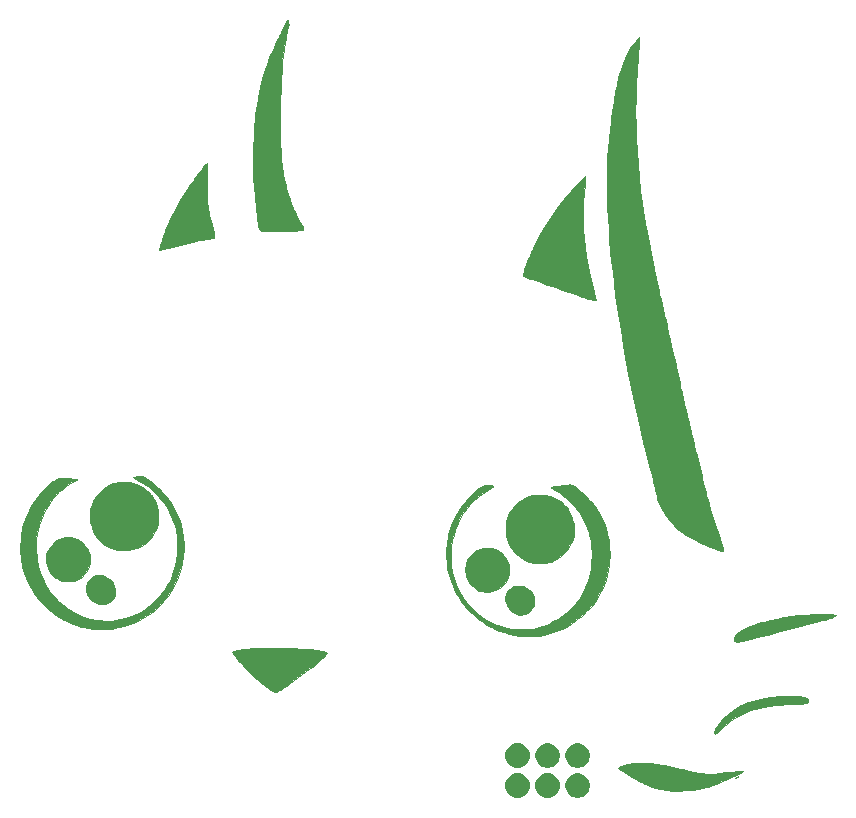
<source format=gbr>
G04 #@! TF.GenerationSoftware,KiCad,Pcbnew,(5.1.2)-1*
G04 #@! TF.CreationDate,2019-06-26T23:30:14+01:00*
G04 #@! TF.ProjectId,Real Raw Avocato cut,5265616c-2052-4617-9720-41766f636174,rev?*
G04 #@! TF.SameCoordinates,Original*
G04 #@! TF.FileFunction,Soldermask,Top*
G04 #@! TF.FilePolarity,Negative*
%FSLAX46Y46*%
G04 Gerber Fmt 4.6, Leading zero omitted, Abs format (unit mm)*
G04 Created by KiCad (PCBNEW (5.1.2)-1) date 2019-06-26 23:30:14*
%MOMM*%
%LPD*%
G04 APERTURE LIST*
%ADD10C,0.010000*%
%ADD11C,0.100000*%
G04 APERTURE END LIST*
D10*
G36*
X165365083Y-114234532D02*
G01*
X165626973Y-114243385D01*
X165881209Y-114257641D01*
X166132491Y-114278070D01*
X166385521Y-114305437D01*
X166644999Y-114340510D01*
X166915626Y-114384055D01*
X167202102Y-114436840D01*
X167509128Y-114499632D01*
X167841405Y-114573197D01*
X168203633Y-114658302D01*
X168600514Y-114755716D01*
X168677666Y-114775036D01*
X169013407Y-114858048D01*
X169313391Y-114929223D01*
X169582272Y-114989333D01*
X169824707Y-115039147D01*
X170045352Y-115079434D01*
X170248861Y-115110963D01*
X170439891Y-115134506D01*
X170623097Y-115150830D01*
X170803134Y-115160705D01*
X170984659Y-115164902D01*
X171037750Y-115165166D01*
X171196147Y-115164242D01*
X171325926Y-115160295D01*
X171440760Y-115152241D01*
X171554318Y-115138993D01*
X171680272Y-115119467D01*
X171737483Y-115109603D01*
X171982628Y-115068918D01*
X172211797Y-115036491D01*
X172437526Y-115011026D01*
X172672351Y-114991228D01*
X172928806Y-114975800D01*
X173112083Y-114967541D01*
X173260867Y-114961153D01*
X173401171Y-114954416D01*
X173525587Y-114947743D01*
X173626711Y-114941544D01*
X173697136Y-114936230D01*
X173720625Y-114933765D01*
X173782175Y-114927937D01*
X173812330Y-114933113D01*
X173821080Y-114951381D01*
X173821166Y-114954761D01*
X173802683Y-114979616D01*
X173751888Y-115016373D01*
X173675763Y-115061180D01*
X173581289Y-115110186D01*
X173475447Y-115159541D01*
X173370706Y-115203251D01*
X173324212Y-115223248D01*
X173245384Y-115259175D01*
X173139912Y-115308353D01*
X173013486Y-115368103D01*
X172871794Y-115435744D01*
X172720528Y-115508598D01*
X172657000Y-115539383D01*
X172353926Y-115683309D01*
X172076029Y-115808031D01*
X171813136Y-115917636D01*
X171555074Y-116016211D01*
X171291669Y-116107844D01*
X171048333Y-116185688D01*
X170859866Y-116241993D01*
X170664448Y-116296995D01*
X170469575Y-116348834D01*
X170282742Y-116395650D01*
X170111446Y-116435584D01*
X169963183Y-116466774D01*
X169845448Y-116487362D01*
X169817110Y-116491204D01*
X169598476Y-116515070D01*
X169357991Y-116536094D01*
X169103879Y-116553927D01*
X168844362Y-116568222D01*
X168587661Y-116578631D01*
X168341999Y-116584805D01*
X168115598Y-116586398D01*
X167916680Y-116583062D01*
X167788666Y-116576998D01*
X167516124Y-116553705D01*
X167254399Y-116519457D01*
X166995870Y-116472439D01*
X166732916Y-116410835D01*
X166457917Y-116332829D01*
X166163254Y-116236605D01*
X165841305Y-116120348D01*
X165788416Y-116100397D01*
X165648927Y-116046786D01*
X165521624Y-115995907D01*
X165402045Y-115945415D01*
X165285734Y-115892960D01*
X165168232Y-115836197D01*
X165045078Y-115772777D01*
X164911815Y-115700353D01*
X164763984Y-115616579D01*
X164597126Y-115519105D01*
X164406782Y-115405586D01*
X164188493Y-115273673D01*
X163998923Y-115158310D01*
X163813221Y-115044453D01*
X163661332Y-114949819D01*
X163540424Y-114872441D01*
X163447660Y-114810354D01*
X163380208Y-114761589D01*
X163335232Y-114724181D01*
X163309899Y-114696162D01*
X163301374Y-114675566D01*
X163301333Y-114674234D01*
X163321470Y-114629808D01*
X163378855Y-114580680D01*
X163468945Y-114528915D01*
X163587197Y-114476578D01*
X163729071Y-114425732D01*
X163890024Y-114378444D01*
X164023769Y-114345829D01*
X164241536Y-114301675D01*
X164451894Y-114268995D01*
X164665064Y-114246941D01*
X164891261Y-114234665D01*
X165140705Y-114231319D01*
X165365083Y-114234532D01*
X165365083Y-114234532D01*
G37*
X165365083Y-114234532D02*
X165626973Y-114243385D01*
X165881209Y-114257641D01*
X166132491Y-114278070D01*
X166385521Y-114305437D01*
X166644999Y-114340510D01*
X166915626Y-114384055D01*
X167202102Y-114436840D01*
X167509128Y-114499632D01*
X167841405Y-114573197D01*
X168203633Y-114658302D01*
X168600514Y-114755716D01*
X168677666Y-114775036D01*
X169013407Y-114858048D01*
X169313391Y-114929223D01*
X169582272Y-114989333D01*
X169824707Y-115039147D01*
X170045352Y-115079434D01*
X170248861Y-115110963D01*
X170439891Y-115134506D01*
X170623097Y-115150830D01*
X170803134Y-115160705D01*
X170984659Y-115164902D01*
X171037750Y-115165166D01*
X171196147Y-115164242D01*
X171325926Y-115160295D01*
X171440760Y-115152241D01*
X171554318Y-115138993D01*
X171680272Y-115119467D01*
X171737483Y-115109603D01*
X171982628Y-115068918D01*
X172211797Y-115036491D01*
X172437526Y-115011026D01*
X172672351Y-114991228D01*
X172928806Y-114975800D01*
X173112083Y-114967541D01*
X173260867Y-114961153D01*
X173401171Y-114954416D01*
X173525587Y-114947743D01*
X173626711Y-114941544D01*
X173697136Y-114936230D01*
X173720625Y-114933765D01*
X173782175Y-114927937D01*
X173812330Y-114933113D01*
X173821080Y-114951381D01*
X173821166Y-114954761D01*
X173802683Y-114979616D01*
X173751888Y-115016373D01*
X173675763Y-115061180D01*
X173581289Y-115110186D01*
X173475447Y-115159541D01*
X173370706Y-115203251D01*
X173324212Y-115223248D01*
X173245384Y-115259175D01*
X173139912Y-115308353D01*
X173013486Y-115368103D01*
X172871794Y-115435744D01*
X172720528Y-115508598D01*
X172657000Y-115539383D01*
X172353926Y-115683309D01*
X172076029Y-115808031D01*
X171813136Y-115917636D01*
X171555074Y-116016211D01*
X171291669Y-116107844D01*
X171048333Y-116185688D01*
X170859866Y-116241993D01*
X170664448Y-116296995D01*
X170469575Y-116348834D01*
X170282742Y-116395650D01*
X170111446Y-116435584D01*
X169963183Y-116466774D01*
X169845448Y-116487362D01*
X169817110Y-116491204D01*
X169598476Y-116515070D01*
X169357991Y-116536094D01*
X169103879Y-116553927D01*
X168844362Y-116568222D01*
X168587661Y-116578631D01*
X168341999Y-116584805D01*
X168115598Y-116586398D01*
X167916680Y-116583062D01*
X167788666Y-116576998D01*
X167516124Y-116553705D01*
X167254399Y-116519457D01*
X166995870Y-116472439D01*
X166732916Y-116410835D01*
X166457917Y-116332829D01*
X166163254Y-116236605D01*
X165841305Y-116120348D01*
X165788416Y-116100397D01*
X165648927Y-116046786D01*
X165521624Y-115995907D01*
X165402045Y-115945415D01*
X165285734Y-115892960D01*
X165168232Y-115836197D01*
X165045078Y-115772777D01*
X164911815Y-115700353D01*
X164763984Y-115616579D01*
X164597126Y-115519105D01*
X164406782Y-115405586D01*
X164188493Y-115273673D01*
X163998923Y-115158310D01*
X163813221Y-115044453D01*
X163661332Y-114949819D01*
X163540424Y-114872441D01*
X163447660Y-114810354D01*
X163380208Y-114761589D01*
X163335232Y-114724181D01*
X163309899Y-114696162D01*
X163301374Y-114675566D01*
X163301333Y-114674234D01*
X163321470Y-114629808D01*
X163378855Y-114580680D01*
X163468945Y-114528915D01*
X163587197Y-114476578D01*
X163729071Y-114425732D01*
X163890024Y-114378444D01*
X164023769Y-114345829D01*
X164241536Y-114301675D01*
X164451894Y-114268995D01*
X164665064Y-114246941D01*
X164891261Y-114234665D01*
X165140705Y-114231319D01*
X165365083Y-114234532D01*
G36*
X173186166Y-115508084D02*
G01*
X173175583Y-115518667D01*
X173165000Y-115508084D01*
X173175583Y-115497500D01*
X173186166Y-115508084D01*
X173186166Y-115508084D01*
G37*
X173186166Y-115508084D02*
X173175583Y-115518667D01*
X173165000Y-115508084D01*
X173175583Y-115497500D01*
X173186166Y-115508084D01*
G36*
X173228500Y-115486917D02*
G01*
X173217916Y-115497500D01*
X173207333Y-115486917D01*
X173217916Y-115476334D01*
X173228500Y-115486917D01*
X173228500Y-115486917D01*
G37*
X173228500Y-115486917D02*
X173217916Y-115497500D01*
X173207333Y-115486917D01*
X173217916Y-115476334D01*
X173228500Y-115486917D01*
G36*
X173365799Y-115422920D02*
G01*
X173335917Y-115443672D01*
X173334333Y-115444584D01*
X173288757Y-115466750D01*
X173260250Y-115474833D01*
X173260534Y-115466247D01*
X173290415Y-115445495D01*
X173292000Y-115444584D01*
X173337575Y-115422417D01*
X173366083Y-115414334D01*
X173365799Y-115422920D01*
X173365799Y-115422920D01*
G37*
X173365799Y-115422920D02*
X173335917Y-115443672D01*
X173334333Y-115444584D01*
X173288757Y-115466750D01*
X173260250Y-115474833D01*
X173260534Y-115466247D01*
X173290415Y-115445495D01*
X173292000Y-115444584D01*
X173337575Y-115422417D01*
X173366083Y-115414334D01*
X173365799Y-115422920D01*
G36*
X173419000Y-115402250D02*
G01*
X173408416Y-115412834D01*
X173397833Y-115402250D01*
X173408416Y-115391667D01*
X173419000Y-115402250D01*
X173419000Y-115402250D01*
G37*
X173419000Y-115402250D02*
X173408416Y-115412834D01*
X173397833Y-115402250D01*
X173408416Y-115391667D01*
X173419000Y-115402250D01*
G36*
X173461333Y-115381084D02*
G01*
X173450750Y-115391667D01*
X173440166Y-115381084D01*
X173450750Y-115370500D01*
X173461333Y-115381084D01*
X173461333Y-115381084D01*
G37*
X173461333Y-115381084D02*
X173450750Y-115391667D01*
X173440166Y-115381084D01*
X173450750Y-115370500D01*
X173461333Y-115381084D01*
G36*
X178141636Y-108546528D02*
G01*
X178420947Y-108558683D01*
X178672666Y-108582606D01*
X178892902Y-108618680D01*
X179077765Y-108667286D01*
X179119859Y-108682138D01*
X179200928Y-108718787D01*
X179277453Y-108763462D01*
X179315651Y-108792029D01*
X179363658Y-108841966D01*
X179384434Y-108891083D01*
X179388000Y-108939418D01*
X179383985Y-108998455D01*
X179369924Y-109049078D01*
X179342794Y-109092026D01*
X179299569Y-109128043D01*
X179237225Y-109157868D01*
X179152737Y-109182243D01*
X179043082Y-109201909D01*
X178905234Y-109217607D01*
X178736170Y-109230079D01*
X178532865Y-109240066D01*
X178292294Y-109248309D01*
X178107416Y-109253258D01*
X177542016Y-109273591D01*
X177014348Y-109306165D01*
X176521418Y-109351673D01*
X176060231Y-109410809D01*
X175627791Y-109484268D01*
X175221103Y-109572745D01*
X174837172Y-109676932D01*
X174473002Y-109797525D01*
X174125598Y-109935217D01*
X173791965Y-110090704D01*
X173469107Y-110264678D01*
X173294788Y-110368653D01*
X173031098Y-110539772D01*
X172763331Y-110729256D01*
X172500223Y-110930190D01*
X172250513Y-111135661D01*
X172022935Y-111338758D01*
X171833910Y-111524543D01*
X171747609Y-111606226D01*
X171660175Y-111674732D01*
X171580114Y-111724305D01*
X171515930Y-111749187D01*
X171499325Y-111751000D01*
X171468288Y-111736349D01*
X171450358Y-111719079D01*
X171432339Y-111666980D01*
X171436648Y-111586589D01*
X171462038Y-111484775D01*
X171507259Y-111368410D01*
X171518460Y-111344232D01*
X171600474Y-111196832D01*
X171713616Y-111030982D01*
X171853503Y-110851277D01*
X172015751Y-110662314D01*
X172195977Y-110468687D01*
X172389799Y-110274993D01*
X172592833Y-110085827D01*
X172800696Y-109905785D01*
X173009006Y-109739463D01*
X173143833Y-109639989D01*
X173385594Y-109485295D01*
X173656071Y-109343219D01*
X173942063Y-109220438D01*
X174054000Y-109179556D01*
X174360930Y-109080288D01*
X174686959Y-108988203D01*
X175028194Y-108903684D01*
X175380745Y-108827114D01*
X175740721Y-108758874D01*
X176104232Y-108699346D01*
X176467386Y-108648912D01*
X176826293Y-108607955D01*
X177177063Y-108576855D01*
X177515803Y-108555997D01*
X177838625Y-108545760D01*
X178141636Y-108546528D01*
X178141636Y-108546528D01*
G37*
X178141636Y-108546528D02*
X178420947Y-108558683D01*
X178672666Y-108582606D01*
X178892902Y-108618680D01*
X179077765Y-108667286D01*
X179119859Y-108682138D01*
X179200928Y-108718787D01*
X179277453Y-108763462D01*
X179315651Y-108792029D01*
X179363658Y-108841966D01*
X179384434Y-108891083D01*
X179388000Y-108939418D01*
X179383985Y-108998455D01*
X179369924Y-109049078D01*
X179342794Y-109092026D01*
X179299569Y-109128043D01*
X179237225Y-109157868D01*
X179152737Y-109182243D01*
X179043082Y-109201909D01*
X178905234Y-109217607D01*
X178736170Y-109230079D01*
X178532865Y-109240066D01*
X178292294Y-109248309D01*
X178107416Y-109253258D01*
X177542016Y-109273591D01*
X177014348Y-109306165D01*
X176521418Y-109351673D01*
X176060231Y-109410809D01*
X175627791Y-109484268D01*
X175221103Y-109572745D01*
X174837172Y-109676932D01*
X174473002Y-109797525D01*
X174125598Y-109935217D01*
X173791965Y-110090704D01*
X173469107Y-110264678D01*
X173294788Y-110368653D01*
X173031098Y-110539772D01*
X172763331Y-110729256D01*
X172500223Y-110930190D01*
X172250513Y-111135661D01*
X172022935Y-111338758D01*
X171833910Y-111524543D01*
X171747609Y-111606226D01*
X171660175Y-111674732D01*
X171580114Y-111724305D01*
X171515930Y-111749187D01*
X171499325Y-111751000D01*
X171468288Y-111736349D01*
X171450358Y-111719079D01*
X171432339Y-111666980D01*
X171436648Y-111586589D01*
X171462038Y-111484775D01*
X171507259Y-111368410D01*
X171518460Y-111344232D01*
X171600474Y-111196832D01*
X171713616Y-111030982D01*
X171853503Y-110851277D01*
X172015751Y-110662314D01*
X172195977Y-110468687D01*
X172389799Y-110274993D01*
X172592833Y-110085827D01*
X172800696Y-109905785D01*
X173009006Y-109739463D01*
X173143833Y-109639989D01*
X173385594Y-109485295D01*
X173656071Y-109343219D01*
X173942063Y-109220438D01*
X174054000Y-109179556D01*
X174360930Y-109080288D01*
X174686959Y-108988203D01*
X175028194Y-108903684D01*
X175380745Y-108827114D01*
X175740721Y-108758874D01*
X176104232Y-108699346D01*
X176467386Y-108648912D01*
X176826293Y-108607955D01*
X177177063Y-108576855D01*
X177515803Y-108555997D01*
X177838625Y-108545760D01*
X178141636Y-108546528D01*
G36*
X134242768Y-104495553D02*
G01*
X134660785Y-104499993D01*
X135078832Y-104508323D01*
X135492702Y-104520485D01*
X135898188Y-104536423D01*
X136291084Y-104556079D01*
X136667183Y-104579395D01*
X137022277Y-104606315D01*
X137352161Y-104636782D01*
X137652628Y-104670738D01*
X137919470Y-104708126D01*
X138070666Y-104733831D01*
X138222422Y-104764981D01*
X138355149Y-104798437D01*
X138463579Y-104832470D01*
X138542439Y-104865350D01*
X138586460Y-104895348D01*
X138592765Y-104905112D01*
X138592837Y-104937765D01*
X138571094Y-104984183D01*
X138525327Y-105047131D01*
X138453327Y-105129375D01*
X138352886Y-105233680D01*
X138245705Y-105339605D01*
X138031279Y-105540751D01*
X137784014Y-105759358D01*
X137508025Y-105992236D01*
X137207428Y-106236196D01*
X136886339Y-106488048D01*
X136548875Y-106744604D01*
X136199151Y-107002673D01*
X135841282Y-107259068D01*
X135479385Y-107510598D01*
X135202583Y-107697611D01*
X135001490Y-107831250D01*
X134831725Y-107942511D01*
X134689724Y-108032984D01*
X134571919Y-108104261D01*
X134474745Y-108157930D01*
X134394637Y-108195583D01*
X134328027Y-108218811D01*
X134271351Y-108229202D01*
X134221042Y-108228349D01*
X134173534Y-108217840D01*
X134125262Y-108199267D01*
X134101916Y-108188500D01*
X134000586Y-108134320D01*
X133872422Y-108056426D01*
X133722738Y-107958653D01*
X133556848Y-107844830D01*
X133380063Y-107718791D01*
X133197699Y-107584366D01*
X133015068Y-107445388D01*
X132837484Y-107305689D01*
X132670260Y-107169100D01*
X132567333Y-107081812D01*
X132435026Y-106962747D01*
X132281844Y-106816562D01*
X132113423Y-106649144D01*
X131935398Y-106466377D01*
X131753404Y-106274148D01*
X131573076Y-106078343D01*
X131400050Y-105884846D01*
X131239961Y-105699543D01*
X131211334Y-105665584D01*
X131116448Y-105550078D01*
X131018659Y-105426691D01*
X130922198Y-105301192D01*
X130831299Y-105179347D01*
X130750192Y-105066924D01*
X130683109Y-104969690D01*
X130634283Y-104893413D01*
X130607946Y-104843859D01*
X130607455Y-104842606D01*
X130619405Y-104818796D01*
X130666343Y-104789224D01*
X130741708Y-104756228D01*
X130838936Y-104722146D01*
X130951466Y-104689314D01*
X131072734Y-104660071D01*
X131176073Y-104640071D01*
X131404517Y-104606929D01*
X131670852Y-104578192D01*
X131970870Y-104553802D01*
X132300366Y-104533702D01*
X132655133Y-104517835D01*
X133030963Y-104506144D01*
X133423650Y-104498572D01*
X133828987Y-104495060D01*
X134242768Y-104495553D01*
X134242768Y-104495553D01*
G37*
X134242768Y-104495553D02*
X134660785Y-104499993D01*
X135078832Y-104508323D01*
X135492702Y-104520485D01*
X135898188Y-104536423D01*
X136291084Y-104556079D01*
X136667183Y-104579395D01*
X137022277Y-104606315D01*
X137352161Y-104636782D01*
X137652628Y-104670738D01*
X137919470Y-104708126D01*
X138070666Y-104733831D01*
X138222422Y-104764981D01*
X138355149Y-104798437D01*
X138463579Y-104832470D01*
X138542439Y-104865350D01*
X138586460Y-104895348D01*
X138592765Y-104905112D01*
X138592837Y-104937765D01*
X138571094Y-104984183D01*
X138525327Y-105047131D01*
X138453327Y-105129375D01*
X138352886Y-105233680D01*
X138245705Y-105339605D01*
X138031279Y-105540751D01*
X137784014Y-105759358D01*
X137508025Y-105992236D01*
X137207428Y-106236196D01*
X136886339Y-106488048D01*
X136548875Y-106744604D01*
X136199151Y-107002673D01*
X135841282Y-107259068D01*
X135479385Y-107510598D01*
X135202583Y-107697611D01*
X135001490Y-107831250D01*
X134831725Y-107942511D01*
X134689724Y-108032984D01*
X134571919Y-108104261D01*
X134474745Y-108157930D01*
X134394637Y-108195583D01*
X134328027Y-108218811D01*
X134271351Y-108229202D01*
X134221042Y-108228349D01*
X134173534Y-108217840D01*
X134125262Y-108199267D01*
X134101916Y-108188500D01*
X134000586Y-108134320D01*
X133872422Y-108056426D01*
X133722738Y-107958653D01*
X133556848Y-107844830D01*
X133380063Y-107718791D01*
X133197699Y-107584366D01*
X133015068Y-107445388D01*
X132837484Y-107305689D01*
X132670260Y-107169100D01*
X132567333Y-107081812D01*
X132435026Y-106962747D01*
X132281844Y-106816562D01*
X132113423Y-106649144D01*
X131935398Y-106466377D01*
X131753404Y-106274148D01*
X131573076Y-106078343D01*
X131400050Y-105884846D01*
X131239961Y-105699543D01*
X131211334Y-105665584D01*
X131116448Y-105550078D01*
X131018659Y-105426691D01*
X130922198Y-105301192D01*
X130831299Y-105179347D01*
X130750192Y-105066924D01*
X130683109Y-104969690D01*
X130634283Y-104893413D01*
X130607946Y-104843859D01*
X130607455Y-104842606D01*
X130619405Y-104818796D01*
X130666343Y-104789224D01*
X130741708Y-104756228D01*
X130838936Y-104722146D01*
X130951466Y-104689314D01*
X131072734Y-104660071D01*
X131176073Y-104640071D01*
X131404517Y-104606929D01*
X131670852Y-104578192D01*
X131970870Y-104553802D01*
X132300366Y-104533702D01*
X132655133Y-104517835D01*
X133030963Y-104506144D01*
X133423650Y-104498572D01*
X133828987Y-104495060D01*
X134242768Y-104495553D01*
G36*
X180986083Y-101657677D02*
G01*
X181183427Y-101660627D01*
X181342160Y-101664530D01*
X181466003Y-101669853D01*
X181558675Y-101677062D01*
X181623897Y-101686623D01*
X181665387Y-101699003D01*
X181686867Y-101714669D01*
X181692056Y-101734087D01*
X181689529Y-101745892D01*
X181669661Y-101774280D01*
X181626556Y-101806116D01*
X181558545Y-101841940D01*
X181463955Y-101882291D01*
X181341119Y-101927709D01*
X181188364Y-101978734D01*
X181004021Y-102035907D01*
X180786419Y-102099766D01*
X180533889Y-102170852D01*
X180244759Y-102249704D01*
X179917360Y-102336862D01*
X179620833Y-102414475D01*
X179307612Y-102495877D01*
X178983983Y-102579876D01*
X178653397Y-102665581D01*
X178319305Y-102752102D01*
X177985158Y-102838550D01*
X177654406Y-102924036D01*
X177330502Y-103007668D01*
X177016896Y-103088559D01*
X176717039Y-103165817D01*
X176434381Y-103238554D01*
X176172374Y-103305879D01*
X175934469Y-103366904D01*
X175724117Y-103420737D01*
X175544768Y-103466490D01*
X175399874Y-103503273D01*
X175302833Y-103527709D01*
X175149487Y-103566833D01*
X174981657Y-103610908D01*
X174814863Y-103655780D01*
X174664625Y-103697293D01*
X174590652Y-103718349D01*
X174469619Y-103751381D01*
X174328049Y-103786837D01*
X174172999Y-103823256D01*
X174011525Y-103859177D01*
X173850684Y-103893140D01*
X173697533Y-103923684D01*
X173559128Y-103949347D01*
X173442526Y-103968669D01*
X173354784Y-103980190D01*
X173313087Y-103982834D01*
X173240900Y-103973878D01*
X173184043Y-103940282D01*
X173163371Y-103920962D01*
X173127290Y-103879315D01*
X173108734Y-103836703D01*
X173102194Y-103776579D01*
X173101706Y-103735753D01*
X173117038Y-103608390D01*
X173164492Y-103480666D01*
X173246907Y-103345868D01*
X173291474Y-103286982D01*
X173323208Y-103248720D01*
X173355258Y-103215905D01*
X173393388Y-103184961D01*
X173443364Y-103152311D01*
X173510950Y-103114379D01*
X173601912Y-103067589D01*
X173722014Y-103008365D01*
X173807873Y-102966629D01*
X174140343Y-102810984D01*
X174460259Y-102673428D01*
X174779837Y-102549342D01*
X175111294Y-102434107D01*
X175466845Y-102323103D01*
X175652083Y-102269278D01*
X176170736Y-102134727D01*
X176724370Y-102015685D01*
X177308369Y-101912682D01*
X177918121Y-101826245D01*
X178549011Y-101756905D01*
X179196424Y-101705189D01*
X179855747Y-101671628D01*
X180522366Y-101656750D01*
X180986083Y-101657677D01*
X180986083Y-101657677D01*
G37*
X180986083Y-101657677D02*
X181183427Y-101660627D01*
X181342160Y-101664530D01*
X181466003Y-101669853D01*
X181558675Y-101677062D01*
X181623897Y-101686623D01*
X181665387Y-101699003D01*
X181686867Y-101714669D01*
X181692056Y-101734087D01*
X181689529Y-101745892D01*
X181669661Y-101774280D01*
X181626556Y-101806116D01*
X181558545Y-101841940D01*
X181463955Y-101882291D01*
X181341119Y-101927709D01*
X181188364Y-101978734D01*
X181004021Y-102035907D01*
X180786419Y-102099766D01*
X180533889Y-102170852D01*
X180244759Y-102249704D01*
X179917360Y-102336862D01*
X179620833Y-102414475D01*
X179307612Y-102495877D01*
X178983983Y-102579876D01*
X178653397Y-102665581D01*
X178319305Y-102752102D01*
X177985158Y-102838550D01*
X177654406Y-102924036D01*
X177330502Y-103007668D01*
X177016896Y-103088559D01*
X176717039Y-103165817D01*
X176434381Y-103238554D01*
X176172374Y-103305879D01*
X175934469Y-103366904D01*
X175724117Y-103420737D01*
X175544768Y-103466490D01*
X175399874Y-103503273D01*
X175302833Y-103527709D01*
X175149487Y-103566833D01*
X174981657Y-103610908D01*
X174814863Y-103655780D01*
X174664625Y-103697293D01*
X174590652Y-103718349D01*
X174469619Y-103751381D01*
X174328049Y-103786837D01*
X174172999Y-103823256D01*
X174011525Y-103859177D01*
X173850684Y-103893140D01*
X173697533Y-103923684D01*
X173559128Y-103949347D01*
X173442526Y-103968669D01*
X173354784Y-103980190D01*
X173313087Y-103982834D01*
X173240900Y-103973878D01*
X173184043Y-103940282D01*
X173163371Y-103920962D01*
X173127290Y-103879315D01*
X173108734Y-103836703D01*
X173102194Y-103776579D01*
X173101706Y-103735753D01*
X173117038Y-103608390D01*
X173164492Y-103480666D01*
X173246907Y-103345868D01*
X173291474Y-103286982D01*
X173323208Y-103248720D01*
X173355258Y-103215905D01*
X173393388Y-103184961D01*
X173443364Y-103152311D01*
X173510950Y-103114379D01*
X173601912Y-103067589D01*
X173722014Y-103008365D01*
X173807873Y-102966629D01*
X174140343Y-102810984D01*
X174460259Y-102673428D01*
X174779837Y-102549342D01*
X175111294Y-102434107D01*
X175466845Y-102323103D01*
X175652083Y-102269278D01*
X176170736Y-102134727D01*
X176724370Y-102015685D01*
X177308369Y-101912682D01*
X177918121Y-101826245D01*
X178549011Y-101756905D01*
X179196424Y-101705189D01*
X179855747Y-101671628D01*
X180522366Y-101656750D01*
X180986083Y-101657677D01*
G36*
X159284246Y-90679321D02*
G01*
X159412643Y-90729382D01*
X159559417Y-90808708D01*
X159721536Y-90914648D01*
X159895969Y-91044552D01*
X160079684Y-91195768D01*
X160269651Y-91365647D01*
X160462837Y-91551537D01*
X160656211Y-91750788D01*
X160846741Y-91960750D01*
X161031397Y-92178771D01*
X161207147Y-92402201D01*
X161278839Y-92498748D01*
X161570158Y-92932680D01*
X161824058Y-93384309D01*
X162040944Y-93854685D01*
X162221219Y-94344859D01*
X162365289Y-94855882D01*
X162473558Y-95388805D01*
X162522534Y-95727834D01*
X162533461Y-95847217D01*
X162541663Y-96000160D01*
X162547192Y-96178509D01*
X162550099Y-96374111D01*
X162550436Y-96578814D01*
X162548256Y-96784466D01*
X162543608Y-96982915D01*
X162536546Y-97166007D01*
X162527121Y-97325590D01*
X162515384Y-97453512D01*
X162511396Y-97484667D01*
X162435891Y-97937632D01*
X162338770Y-98362525D01*
X162216924Y-98769347D01*
X162067245Y-99168098D01*
X161886625Y-99568780D01*
X161825491Y-99691743D01*
X161571186Y-100146918D01*
X161280104Y-100584405D01*
X160955199Y-101001133D01*
X160599426Y-101394030D01*
X160215737Y-101760022D01*
X159807088Y-102096039D01*
X159376431Y-102399007D01*
X159009856Y-102620115D01*
X158527064Y-102866291D01*
X158028855Y-103073168D01*
X157516605Y-103240309D01*
X156991690Y-103367274D01*
X156455483Y-103453626D01*
X156358666Y-103464737D01*
X156267602Y-103472341D01*
X156148672Y-103479004D01*
X156009744Y-103484602D01*
X155858687Y-103489008D01*
X155703367Y-103492100D01*
X155551652Y-103493752D01*
X155411411Y-103493840D01*
X155290510Y-103492240D01*
X155196819Y-103488826D01*
X155141583Y-103484002D01*
X155103852Y-103479295D01*
X155034670Y-103471404D01*
X154944694Y-103461524D01*
X154866416Y-103453151D01*
X154453988Y-103394073D01*
X154028623Y-103304077D01*
X153602235Y-103186514D01*
X153186740Y-103044737D01*
X152794051Y-102882099D01*
X152727934Y-102851446D01*
X152263054Y-102609312D01*
X151813596Y-102329650D01*
X151383475Y-102015671D01*
X150976602Y-101670588D01*
X150596891Y-101297609D01*
X150248253Y-100899947D01*
X150069737Y-100669951D01*
X149769507Y-100230090D01*
X149505823Y-99770485D01*
X149279180Y-99293584D01*
X149090078Y-98801837D01*
X148939011Y-98297694D01*
X148826478Y-97783606D01*
X148752976Y-97262021D01*
X148719001Y-96735390D01*
X148725050Y-96206163D01*
X148771620Y-95676788D01*
X148859209Y-95149718D01*
X148906638Y-94936751D01*
X149048236Y-94434391D01*
X149230108Y-93939577D01*
X149450337Y-93456335D01*
X149707010Y-92988691D01*
X149998213Y-92540673D01*
X150134851Y-92353365D01*
X150367781Y-92056609D01*
X150599376Y-91784516D01*
X150827667Y-91538782D01*
X151050684Y-91321101D01*
X151266455Y-91133169D01*
X151473010Y-90976680D01*
X151668380Y-90853331D01*
X151850594Y-90764815D01*
X152017682Y-90712829D01*
X152048375Y-90707085D01*
X152146889Y-90697687D01*
X152258144Y-90698059D01*
X152373532Y-90706849D01*
X152484445Y-90722708D01*
X152582273Y-90744286D01*
X152658408Y-90770231D01*
X152704242Y-90799195D01*
X152712116Y-90811198D01*
X152714913Y-90831841D01*
X152704429Y-90854133D01*
X152676366Y-90881196D01*
X152626427Y-90916152D01*
X152550313Y-90962124D01*
X152443728Y-91022232D01*
X152353080Y-91071994D01*
X152231274Y-91140185D01*
X152101065Y-91215967D01*
X151977215Y-91290584D01*
X151874485Y-91355281D01*
X151865132Y-91361400D01*
X151470777Y-91645771D01*
X151101881Y-91962692D01*
X150759718Y-92309970D01*
X150445559Y-92685410D01*
X150160677Y-93086820D01*
X149906343Y-93512006D01*
X149683831Y-93958775D01*
X149494412Y-94424934D01*
X149339358Y-94908289D01*
X149219942Y-95406648D01*
X149137436Y-95917816D01*
X149117642Y-96098022D01*
X149108667Y-96228778D01*
X149103360Y-96389788D01*
X149101519Y-96571915D01*
X149102940Y-96766023D01*
X149107420Y-96962975D01*
X149114755Y-97153634D01*
X149124741Y-97328863D01*
X149137175Y-97479526D01*
X149150899Y-97590500D01*
X149250918Y-98114889D01*
X149383024Y-98612887D01*
X149548247Y-99086872D01*
X149747621Y-99539223D01*
X149982177Y-99972318D01*
X150252947Y-100388537D01*
X150513919Y-100732777D01*
X150780347Y-101036093D01*
X151078881Y-101329730D01*
X151402485Y-101608335D01*
X151744122Y-101866556D01*
X152096757Y-102099040D01*
X152453353Y-102300435D01*
X152772693Y-102451039D01*
X153058276Y-102565845D01*
X153330897Y-102660770D01*
X153602697Y-102739119D01*
X153885816Y-102804199D01*
X154192393Y-102859314D01*
X154369000Y-102885680D01*
X154484709Y-102897615D01*
X154633643Y-102906430D01*
X154807243Y-102912183D01*
X154996949Y-102914936D01*
X155194201Y-102914747D01*
X155390439Y-102911675D01*
X155577103Y-102905781D01*
X155745635Y-102897123D01*
X155887474Y-102885762D01*
X155977666Y-102874500D01*
X156406557Y-102786990D01*
X156826666Y-102662330D01*
X156955787Y-102615638D01*
X157383891Y-102438809D01*
X157795014Y-102239259D01*
X158185344Y-102019560D01*
X158551065Y-101782281D01*
X158888364Y-101529993D01*
X159193428Y-101265267D01*
X159462441Y-100990673D01*
X159591061Y-100839584D01*
X159808944Y-100550390D01*
X160017250Y-100236625D01*
X160213055Y-99904618D01*
X160393432Y-99560698D01*
X160555457Y-99211194D01*
X160696205Y-98862437D01*
X160812750Y-98520755D01*
X160902168Y-98192478D01*
X160961533Y-97883935D01*
X160963578Y-97869719D01*
X160980188Y-97727411D01*
X160995078Y-97551761D01*
X161007888Y-97351736D01*
X161018258Y-97136306D01*
X161025827Y-96914440D01*
X161030237Y-96695106D01*
X161031126Y-96487272D01*
X161028135Y-96299909D01*
X161027464Y-96278167D01*
X161018763Y-96043458D01*
X161008537Y-95843252D01*
X160995542Y-95669721D01*
X160978538Y-95515034D01*
X160956280Y-95371363D01*
X160927526Y-95230879D01*
X160891035Y-95085753D01*
X160845562Y-94928155D01*
X160789866Y-94750256D01*
X160780210Y-94720272D01*
X160640701Y-94319932D01*
X160490550Y-93953044D01*
X160325511Y-93611217D01*
X160141337Y-93286054D01*
X159933783Y-92969164D01*
X159803279Y-92788873D01*
X159605632Y-92542013D01*
X159383159Y-92294777D01*
X159142037Y-92052524D01*
X158888440Y-91820614D01*
X158628544Y-91604405D01*
X158368525Y-91409259D01*
X158114558Y-91240533D01*
X157872818Y-91103588D01*
X157845625Y-91089892D01*
X157751016Y-91041039D01*
X157671867Y-90996595D01*
X157615136Y-90960741D01*
X157587781Y-90937658D01*
X157586333Y-90934079D01*
X157597137Y-90902897D01*
X157631505Y-90875081D01*
X157692369Y-90849936D01*
X157782661Y-90826769D01*
X157905315Y-90804883D01*
X158063262Y-90783585D01*
X158259435Y-90762178D01*
X158348333Y-90753518D01*
X158492707Y-90739256D01*
X158631920Y-90724450D01*
X158757188Y-90710111D01*
X158859727Y-90697255D01*
X158930756Y-90686896D01*
X158941000Y-90685105D01*
X159031779Y-90671577D01*
X159123003Y-90662961D01*
X159177257Y-90661175D01*
X159284246Y-90679321D01*
X159284246Y-90679321D01*
G37*
X159284246Y-90679321D02*
X159412643Y-90729382D01*
X159559417Y-90808708D01*
X159721536Y-90914648D01*
X159895969Y-91044552D01*
X160079684Y-91195768D01*
X160269651Y-91365647D01*
X160462837Y-91551537D01*
X160656211Y-91750788D01*
X160846741Y-91960750D01*
X161031397Y-92178771D01*
X161207147Y-92402201D01*
X161278839Y-92498748D01*
X161570158Y-92932680D01*
X161824058Y-93384309D01*
X162040944Y-93854685D01*
X162221219Y-94344859D01*
X162365289Y-94855882D01*
X162473558Y-95388805D01*
X162522534Y-95727834D01*
X162533461Y-95847217D01*
X162541663Y-96000160D01*
X162547192Y-96178509D01*
X162550099Y-96374111D01*
X162550436Y-96578814D01*
X162548256Y-96784466D01*
X162543608Y-96982915D01*
X162536546Y-97166007D01*
X162527121Y-97325590D01*
X162515384Y-97453512D01*
X162511396Y-97484667D01*
X162435891Y-97937632D01*
X162338770Y-98362525D01*
X162216924Y-98769347D01*
X162067245Y-99168098D01*
X161886625Y-99568780D01*
X161825491Y-99691743D01*
X161571186Y-100146918D01*
X161280104Y-100584405D01*
X160955199Y-101001133D01*
X160599426Y-101394030D01*
X160215737Y-101760022D01*
X159807088Y-102096039D01*
X159376431Y-102399007D01*
X159009856Y-102620115D01*
X158527064Y-102866291D01*
X158028855Y-103073168D01*
X157516605Y-103240309D01*
X156991690Y-103367274D01*
X156455483Y-103453626D01*
X156358666Y-103464737D01*
X156267602Y-103472341D01*
X156148672Y-103479004D01*
X156009744Y-103484602D01*
X155858687Y-103489008D01*
X155703367Y-103492100D01*
X155551652Y-103493752D01*
X155411411Y-103493840D01*
X155290510Y-103492240D01*
X155196819Y-103488826D01*
X155141583Y-103484002D01*
X155103852Y-103479295D01*
X155034670Y-103471404D01*
X154944694Y-103461524D01*
X154866416Y-103453151D01*
X154453988Y-103394073D01*
X154028623Y-103304077D01*
X153602235Y-103186514D01*
X153186740Y-103044737D01*
X152794051Y-102882099D01*
X152727934Y-102851446D01*
X152263054Y-102609312D01*
X151813596Y-102329650D01*
X151383475Y-102015671D01*
X150976602Y-101670588D01*
X150596891Y-101297609D01*
X150248253Y-100899947D01*
X150069737Y-100669951D01*
X149769507Y-100230090D01*
X149505823Y-99770485D01*
X149279180Y-99293584D01*
X149090078Y-98801837D01*
X148939011Y-98297694D01*
X148826478Y-97783606D01*
X148752976Y-97262021D01*
X148719001Y-96735390D01*
X148725050Y-96206163D01*
X148771620Y-95676788D01*
X148859209Y-95149718D01*
X148906638Y-94936751D01*
X149048236Y-94434391D01*
X149230108Y-93939577D01*
X149450337Y-93456335D01*
X149707010Y-92988691D01*
X149998213Y-92540673D01*
X150134851Y-92353365D01*
X150367781Y-92056609D01*
X150599376Y-91784516D01*
X150827667Y-91538782D01*
X151050684Y-91321101D01*
X151266455Y-91133169D01*
X151473010Y-90976680D01*
X151668380Y-90853331D01*
X151850594Y-90764815D01*
X152017682Y-90712829D01*
X152048375Y-90707085D01*
X152146889Y-90697687D01*
X152258144Y-90698059D01*
X152373532Y-90706849D01*
X152484445Y-90722708D01*
X152582273Y-90744286D01*
X152658408Y-90770231D01*
X152704242Y-90799195D01*
X152712116Y-90811198D01*
X152714913Y-90831841D01*
X152704429Y-90854133D01*
X152676366Y-90881196D01*
X152626427Y-90916152D01*
X152550313Y-90962124D01*
X152443728Y-91022232D01*
X152353080Y-91071994D01*
X152231274Y-91140185D01*
X152101065Y-91215967D01*
X151977215Y-91290584D01*
X151874485Y-91355281D01*
X151865132Y-91361400D01*
X151470777Y-91645771D01*
X151101881Y-91962692D01*
X150759718Y-92309970D01*
X150445559Y-92685410D01*
X150160677Y-93086820D01*
X149906343Y-93512006D01*
X149683831Y-93958775D01*
X149494412Y-94424934D01*
X149339358Y-94908289D01*
X149219942Y-95406648D01*
X149137436Y-95917816D01*
X149117642Y-96098022D01*
X149108667Y-96228778D01*
X149103360Y-96389788D01*
X149101519Y-96571915D01*
X149102940Y-96766023D01*
X149107420Y-96962975D01*
X149114755Y-97153634D01*
X149124741Y-97328863D01*
X149137175Y-97479526D01*
X149150899Y-97590500D01*
X149250918Y-98114889D01*
X149383024Y-98612887D01*
X149548247Y-99086872D01*
X149747621Y-99539223D01*
X149982177Y-99972318D01*
X150252947Y-100388537D01*
X150513919Y-100732777D01*
X150780347Y-101036093D01*
X151078881Y-101329730D01*
X151402485Y-101608335D01*
X151744122Y-101866556D01*
X152096757Y-102099040D01*
X152453353Y-102300435D01*
X152772693Y-102451039D01*
X153058276Y-102565845D01*
X153330897Y-102660770D01*
X153602697Y-102739119D01*
X153885816Y-102804199D01*
X154192393Y-102859314D01*
X154369000Y-102885680D01*
X154484709Y-102897615D01*
X154633643Y-102906430D01*
X154807243Y-102912183D01*
X154996949Y-102914936D01*
X155194201Y-102914747D01*
X155390439Y-102911675D01*
X155577103Y-102905781D01*
X155745635Y-102897123D01*
X155887474Y-102885762D01*
X155977666Y-102874500D01*
X156406557Y-102786990D01*
X156826666Y-102662330D01*
X156955787Y-102615638D01*
X157383891Y-102438809D01*
X157795014Y-102239259D01*
X158185344Y-102019560D01*
X158551065Y-101782281D01*
X158888364Y-101529993D01*
X159193428Y-101265267D01*
X159462441Y-100990673D01*
X159591061Y-100839584D01*
X159808944Y-100550390D01*
X160017250Y-100236625D01*
X160213055Y-99904618D01*
X160393432Y-99560698D01*
X160555457Y-99211194D01*
X160696205Y-98862437D01*
X160812750Y-98520755D01*
X160902168Y-98192478D01*
X160961533Y-97883935D01*
X160963578Y-97869719D01*
X160980188Y-97727411D01*
X160995078Y-97551761D01*
X161007888Y-97351736D01*
X161018258Y-97136306D01*
X161025827Y-96914440D01*
X161030237Y-96695106D01*
X161031126Y-96487272D01*
X161028135Y-96299909D01*
X161027464Y-96278167D01*
X161018763Y-96043458D01*
X161008537Y-95843252D01*
X160995542Y-95669721D01*
X160978538Y-95515034D01*
X160956280Y-95371363D01*
X160927526Y-95230879D01*
X160891035Y-95085753D01*
X160845562Y-94928155D01*
X160789866Y-94750256D01*
X160780210Y-94720272D01*
X160640701Y-94319932D01*
X160490550Y-93953044D01*
X160325511Y-93611217D01*
X160141337Y-93286054D01*
X159933783Y-92969164D01*
X159803279Y-92788873D01*
X159605632Y-92542013D01*
X159383159Y-92294777D01*
X159142037Y-92052524D01*
X158888440Y-91820614D01*
X158628544Y-91604405D01*
X158368525Y-91409259D01*
X158114558Y-91240533D01*
X157872818Y-91103588D01*
X157845625Y-91089892D01*
X157751016Y-91041039D01*
X157671867Y-90996595D01*
X157615136Y-90960741D01*
X157587781Y-90937658D01*
X157586333Y-90934079D01*
X157597137Y-90902897D01*
X157631505Y-90875081D01*
X157692369Y-90849936D01*
X157782661Y-90826769D01*
X157905315Y-90804883D01*
X158063262Y-90783585D01*
X158259435Y-90762178D01*
X158348333Y-90753518D01*
X158492707Y-90739256D01*
X158631920Y-90724450D01*
X158757188Y-90710111D01*
X158859727Y-90697255D01*
X158930756Y-90686896D01*
X158941000Y-90685105D01*
X159031779Y-90671577D01*
X159123003Y-90662961D01*
X159177257Y-90661175D01*
X159284246Y-90679321D01*
G36*
X122856082Y-89944663D02*
G01*
X122995930Y-89972973D01*
X123143306Y-90027801D01*
X123222250Y-90064776D01*
X123401074Y-90165404D01*
X123597034Y-90298162D01*
X123805699Y-90458752D01*
X124022641Y-90642874D01*
X124243429Y-90846231D01*
X124463636Y-91064522D01*
X124678830Y-91293450D01*
X124884584Y-91528714D01*
X125076467Y-91766018D01*
X125250050Y-92001061D01*
X125314862Y-92095719D01*
X125603924Y-92565166D01*
X125852850Y-93047993D01*
X126061588Y-93544054D01*
X126230086Y-94053202D01*
X126358291Y-94575290D01*
X126446150Y-95110171D01*
X126470789Y-95336250D01*
X126481376Y-95488894D01*
X126488185Y-95670919D01*
X126491292Y-95871372D01*
X126490776Y-96079295D01*
X126486714Y-96283733D01*
X126479183Y-96473730D01*
X126468260Y-96638331D01*
X126461060Y-96712084D01*
X126381304Y-97238956D01*
X126263273Y-97752780D01*
X126108545Y-98251909D01*
X125918702Y-98734695D01*
X125695323Y-99199490D01*
X125439988Y-99644646D01*
X125154276Y-100068515D01*
X124839769Y-100469450D01*
X124498045Y-100845802D01*
X124130685Y-101195924D01*
X123739268Y-101518169D01*
X123325375Y-101810887D01*
X122890584Y-102072432D01*
X122436478Y-102301156D01*
X121964634Y-102495410D01*
X121476633Y-102653548D01*
X120974056Y-102773920D01*
X120587000Y-102838631D01*
X120393903Y-102860380D01*
X120169911Y-102877925D01*
X119926283Y-102890924D01*
X119674280Y-102899036D01*
X119425164Y-102901919D01*
X119190193Y-102899230D01*
X118980631Y-102890629D01*
X118946583Y-102888433D01*
X118737740Y-102869112D01*
X118510331Y-102839428D01*
X118275966Y-102801478D01*
X118046258Y-102757358D01*
X117832816Y-102709166D01*
X117647253Y-102658996D01*
X117607440Y-102646665D01*
X117386041Y-102570526D01*
X117145631Y-102478205D01*
X116894128Y-102373406D01*
X116639449Y-102259834D01*
X116389511Y-102141193D01*
X116152231Y-102021190D01*
X115935528Y-101903529D01*
X115747319Y-101791915D01*
X115660608Y-101735656D01*
X115498500Y-101617935D01*
X115317358Y-101471811D01*
X115123120Y-101303061D01*
X114921725Y-101117468D01*
X114719109Y-100920810D01*
X114521211Y-100718869D01*
X114333966Y-100517423D01*
X114163315Y-100322254D01*
X114015192Y-100139140D01*
X113999399Y-100118495D01*
X113850068Y-99906397D01*
X113697134Y-99660359D01*
X113544269Y-99388148D01*
X113395141Y-99097527D01*
X113253421Y-98796261D01*
X113122778Y-98492116D01*
X113006884Y-98192857D01*
X112909408Y-97906247D01*
X112840971Y-97667526D01*
X112776880Y-97377628D01*
X112728531Y-97066237D01*
X112695558Y-96729167D01*
X112677593Y-96362232D01*
X112674272Y-95961243D01*
X112676941Y-95791334D01*
X112688580Y-95450058D01*
X112708462Y-95142835D01*
X112737746Y-94861979D01*
X112777596Y-94599807D01*
X112829174Y-94348633D01*
X112893641Y-94100772D01*
X112969465Y-93856612D01*
X113121589Y-93446509D01*
X113303003Y-93038495D01*
X113510576Y-92636941D01*
X113741176Y-92246217D01*
X113991671Y-91870693D01*
X114258930Y-91514741D01*
X114539822Y-91182731D01*
X114831213Y-90879034D01*
X115129972Y-90608020D01*
X115432968Y-90374061D01*
X115496026Y-90330597D01*
X115643186Y-90235389D01*
X115766019Y-90165782D01*
X115871321Y-90118682D01*
X115965888Y-90090996D01*
X116046127Y-90080202D01*
X116092963Y-90081053D01*
X116174344Y-90086581D01*
X116283581Y-90096031D01*
X116413982Y-90108647D01*
X116558855Y-90123673D01*
X116711510Y-90140353D01*
X116865256Y-90157932D01*
X117013401Y-90175652D01*
X117149256Y-90192759D01*
X117266127Y-90208496D01*
X117357325Y-90222107D01*
X117416159Y-90232837D01*
X117430549Y-90236610D01*
X117424776Y-90249037D01*
X117387035Y-90275364D01*
X117323722Y-90311591D01*
X117250633Y-90349124D01*
X117023710Y-90472449D01*
X116776829Y-90628714D01*
X116513363Y-90815534D01*
X116236682Y-91030526D01*
X115965313Y-91258128D01*
X115697348Y-91514711D01*
X115440526Y-91807796D01*
X115197222Y-92132468D01*
X114969814Y-92483815D01*
X114760680Y-92856922D01*
X114572198Y-93246873D01*
X114406743Y-93648757D01*
X114266695Y-94057658D01*
X114154429Y-94468662D01*
X114072324Y-94876855D01*
X114023135Y-95272750D01*
X114009747Y-95511706D01*
X114005963Y-95780009D01*
X114011189Y-96067124D01*
X114024829Y-96362517D01*
X114046287Y-96655653D01*
X114074968Y-96935998D01*
X114110277Y-97193017D01*
X114141576Y-97368250D01*
X114190278Y-97572878D01*
X114258105Y-97803722D01*
X114341569Y-98051207D01*
X114437185Y-98305761D01*
X114541468Y-98557808D01*
X114650929Y-98797777D01*
X114694198Y-98885879D01*
X114939848Y-99330274D01*
X115216492Y-99747949D01*
X115522640Y-100137455D01*
X115856803Y-100497345D01*
X116217493Y-100826173D01*
X116603219Y-101122491D01*
X117012493Y-101384853D01*
X117443827Y-101611812D01*
X117549583Y-101660459D01*
X117825677Y-101780513D01*
X118074694Y-101880247D01*
X118305394Y-101961878D01*
X118526537Y-102027623D01*
X118746882Y-102079697D01*
X118975189Y-102120318D01*
X119220217Y-102151703D01*
X119490725Y-102176068D01*
X119623916Y-102185386D01*
X120024087Y-102200050D01*
X120402088Y-102189258D01*
X120768425Y-102151627D01*
X121133601Y-102085774D01*
X121508119Y-101990316D01*
X121800195Y-101898886D01*
X122266205Y-101720609D01*
X122712593Y-101505274D01*
X123137954Y-101254036D01*
X123540882Y-100968050D01*
X123919972Y-100648473D01*
X124273819Y-100296459D01*
X124601016Y-99913163D01*
X124900160Y-99499742D01*
X125092611Y-99192198D01*
X125294673Y-98816764D01*
X125476238Y-98415085D01*
X125631953Y-98000451D01*
X125756464Y-97586150D01*
X125784067Y-97475951D01*
X125827830Y-97259448D01*
X125864643Y-97008997D01*
X125894149Y-96732468D01*
X125915992Y-96437727D01*
X125929814Y-96132645D01*
X125935260Y-95825090D01*
X125931974Y-95522929D01*
X125919599Y-95234033D01*
X125897778Y-94966269D01*
X125897733Y-94965834D01*
X125862460Y-94727698D01*
X125804947Y-94463084D01*
X125727751Y-94179826D01*
X125633431Y-93885753D01*
X125524544Y-93588697D01*
X125403651Y-93296492D01*
X125273307Y-93016967D01*
X125238695Y-92948326D01*
X125041330Y-92590813D01*
X124828071Y-92259901D01*
X124591961Y-91946121D01*
X124326045Y-91640005D01*
X124123576Y-91430324D01*
X123786765Y-91114863D01*
X123441963Y-90831292D01*
X123093481Y-90582897D01*
X122745626Y-90372968D01*
X122719226Y-90358620D01*
X122550622Y-90266684D01*
X122418523Y-90192310D01*
X122321360Y-90134552D01*
X122257566Y-90092463D01*
X122225572Y-90065097D01*
X122221387Y-90058247D01*
X122230191Y-90035185D01*
X122273857Y-90012964D01*
X122354554Y-89990900D01*
X122474452Y-89968310D01*
X122538858Y-89958226D01*
X122708734Y-89940528D01*
X122856082Y-89944663D01*
X122856082Y-89944663D01*
G37*
X122856082Y-89944663D02*
X122995930Y-89972973D01*
X123143306Y-90027801D01*
X123222250Y-90064776D01*
X123401074Y-90165404D01*
X123597034Y-90298162D01*
X123805699Y-90458752D01*
X124022641Y-90642874D01*
X124243429Y-90846231D01*
X124463636Y-91064522D01*
X124678830Y-91293450D01*
X124884584Y-91528714D01*
X125076467Y-91766018D01*
X125250050Y-92001061D01*
X125314862Y-92095719D01*
X125603924Y-92565166D01*
X125852850Y-93047993D01*
X126061588Y-93544054D01*
X126230086Y-94053202D01*
X126358291Y-94575290D01*
X126446150Y-95110171D01*
X126470789Y-95336250D01*
X126481376Y-95488894D01*
X126488185Y-95670919D01*
X126491292Y-95871372D01*
X126490776Y-96079295D01*
X126486714Y-96283733D01*
X126479183Y-96473730D01*
X126468260Y-96638331D01*
X126461060Y-96712084D01*
X126381304Y-97238956D01*
X126263273Y-97752780D01*
X126108545Y-98251909D01*
X125918702Y-98734695D01*
X125695323Y-99199490D01*
X125439988Y-99644646D01*
X125154276Y-100068515D01*
X124839769Y-100469450D01*
X124498045Y-100845802D01*
X124130685Y-101195924D01*
X123739268Y-101518169D01*
X123325375Y-101810887D01*
X122890584Y-102072432D01*
X122436478Y-102301156D01*
X121964634Y-102495410D01*
X121476633Y-102653548D01*
X120974056Y-102773920D01*
X120587000Y-102838631D01*
X120393903Y-102860380D01*
X120169911Y-102877925D01*
X119926283Y-102890924D01*
X119674280Y-102899036D01*
X119425164Y-102901919D01*
X119190193Y-102899230D01*
X118980631Y-102890629D01*
X118946583Y-102888433D01*
X118737740Y-102869112D01*
X118510331Y-102839428D01*
X118275966Y-102801478D01*
X118046258Y-102757358D01*
X117832816Y-102709166D01*
X117647253Y-102658996D01*
X117607440Y-102646665D01*
X117386041Y-102570526D01*
X117145631Y-102478205D01*
X116894128Y-102373406D01*
X116639449Y-102259834D01*
X116389511Y-102141193D01*
X116152231Y-102021190D01*
X115935528Y-101903529D01*
X115747319Y-101791915D01*
X115660608Y-101735656D01*
X115498500Y-101617935D01*
X115317358Y-101471811D01*
X115123120Y-101303061D01*
X114921725Y-101117468D01*
X114719109Y-100920810D01*
X114521211Y-100718869D01*
X114333966Y-100517423D01*
X114163315Y-100322254D01*
X114015192Y-100139140D01*
X113999399Y-100118495D01*
X113850068Y-99906397D01*
X113697134Y-99660359D01*
X113544269Y-99388148D01*
X113395141Y-99097527D01*
X113253421Y-98796261D01*
X113122778Y-98492116D01*
X113006884Y-98192857D01*
X112909408Y-97906247D01*
X112840971Y-97667526D01*
X112776880Y-97377628D01*
X112728531Y-97066237D01*
X112695558Y-96729167D01*
X112677593Y-96362232D01*
X112674272Y-95961243D01*
X112676941Y-95791334D01*
X112688580Y-95450058D01*
X112708462Y-95142835D01*
X112737746Y-94861979D01*
X112777596Y-94599807D01*
X112829174Y-94348633D01*
X112893641Y-94100772D01*
X112969465Y-93856612D01*
X113121589Y-93446509D01*
X113303003Y-93038495D01*
X113510576Y-92636941D01*
X113741176Y-92246217D01*
X113991671Y-91870693D01*
X114258930Y-91514741D01*
X114539822Y-91182731D01*
X114831213Y-90879034D01*
X115129972Y-90608020D01*
X115432968Y-90374061D01*
X115496026Y-90330597D01*
X115643186Y-90235389D01*
X115766019Y-90165782D01*
X115871321Y-90118682D01*
X115965888Y-90090996D01*
X116046127Y-90080202D01*
X116092963Y-90081053D01*
X116174344Y-90086581D01*
X116283581Y-90096031D01*
X116413982Y-90108647D01*
X116558855Y-90123673D01*
X116711510Y-90140353D01*
X116865256Y-90157932D01*
X117013401Y-90175652D01*
X117149256Y-90192759D01*
X117266127Y-90208496D01*
X117357325Y-90222107D01*
X117416159Y-90232837D01*
X117430549Y-90236610D01*
X117424776Y-90249037D01*
X117387035Y-90275364D01*
X117323722Y-90311591D01*
X117250633Y-90349124D01*
X117023710Y-90472449D01*
X116776829Y-90628714D01*
X116513363Y-90815534D01*
X116236682Y-91030526D01*
X115965313Y-91258128D01*
X115697348Y-91514711D01*
X115440526Y-91807796D01*
X115197222Y-92132468D01*
X114969814Y-92483815D01*
X114760680Y-92856922D01*
X114572198Y-93246873D01*
X114406743Y-93648757D01*
X114266695Y-94057658D01*
X114154429Y-94468662D01*
X114072324Y-94876855D01*
X114023135Y-95272750D01*
X114009747Y-95511706D01*
X114005963Y-95780009D01*
X114011189Y-96067124D01*
X114024829Y-96362517D01*
X114046287Y-96655653D01*
X114074968Y-96935998D01*
X114110277Y-97193017D01*
X114141576Y-97368250D01*
X114190278Y-97572878D01*
X114258105Y-97803722D01*
X114341569Y-98051207D01*
X114437185Y-98305761D01*
X114541468Y-98557808D01*
X114650929Y-98797777D01*
X114694198Y-98885879D01*
X114939848Y-99330274D01*
X115216492Y-99747949D01*
X115522640Y-100137455D01*
X115856803Y-100497345D01*
X116217493Y-100826173D01*
X116603219Y-101122491D01*
X117012493Y-101384853D01*
X117443827Y-101611812D01*
X117549583Y-101660459D01*
X117825677Y-101780513D01*
X118074694Y-101880247D01*
X118305394Y-101961878D01*
X118526537Y-102027623D01*
X118746882Y-102079697D01*
X118975189Y-102120318D01*
X119220217Y-102151703D01*
X119490725Y-102176068D01*
X119623916Y-102185386D01*
X120024087Y-102200050D01*
X120402088Y-102189258D01*
X120768425Y-102151627D01*
X121133601Y-102085774D01*
X121508119Y-101990316D01*
X121800195Y-101898886D01*
X122266205Y-101720609D01*
X122712593Y-101505274D01*
X123137954Y-101254036D01*
X123540882Y-100968050D01*
X123919972Y-100648473D01*
X124273819Y-100296459D01*
X124601016Y-99913163D01*
X124900160Y-99499742D01*
X125092611Y-99192198D01*
X125294673Y-98816764D01*
X125476238Y-98415085D01*
X125631953Y-98000451D01*
X125756464Y-97586150D01*
X125784067Y-97475951D01*
X125827830Y-97259448D01*
X125864643Y-97008997D01*
X125894149Y-96732468D01*
X125915992Y-96437727D01*
X125929814Y-96132645D01*
X125935260Y-95825090D01*
X125931974Y-95522929D01*
X125919599Y-95234033D01*
X125897778Y-94966269D01*
X125897733Y-94965834D01*
X125862460Y-94727698D01*
X125804947Y-94463084D01*
X125727751Y-94179826D01*
X125633431Y-93885753D01*
X125524544Y-93588697D01*
X125403651Y-93296492D01*
X125273307Y-93016967D01*
X125238695Y-92948326D01*
X125041330Y-92590813D01*
X124828071Y-92259901D01*
X124591961Y-91946121D01*
X124326045Y-91640005D01*
X124123576Y-91430324D01*
X123786765Y-91114863D01*
X123441963Y-90831292D01*
X123093481Y-90582897D01*
X122745626Y-90372968D01*
X122719226Y-90358620D01*
X122550622Y-90266684D01*
X122418523Y-90192310D01*
X122321360Y-90134552D01*
X122257566Y-90092463D01*
X122225572Y-90065097D01*
X122221387Y-90058247D01*
X122230191Y-90035185D01*
X122273857Y-90012964D01*
X122354554Y-89990900D01*
X122474452Y-89968310D01*
X122538858Y-89958226D01*
X122708734Y-89940528D01*
X122856082Y-89944663D01*
G36*
X154996476Y-99226205D02*
G01*
X155208723Y-99273077D01*
X155415898Y-99358422D01*
X155613976Y-99481147D01*
X155715775Y-99562608D01*
X155864763Y-99705403D01*
X155978046Y-99846086D01*
X156060923Y-99993076D01*
X156118690Y-100154793D01*
X156137539Y-100232882D01*
X156165807Y-100453146D01*
X156158253Y-100668634D01*
X156116883Y-100874486D01*
X156043703Y-101065841D01*
X155940719Y-101237838D01*
X155809937Y-101385617D01*
X155653363Y-101504318D01*
X155600512Y-101534133D01*
X155410242Y-101620878D01*
X155232845Y-101673109D01*
X155058561Y-101692085D01*
X154877628Y-101679066D01*
X154724537Y-101647237D01*
X154538286Y-101580596D01*
X154361993Y-101478051D01*
X154191540Y-101336984D01*
X154114861Y-101259400D01*
X153950329Y-101059213D01*
X153827316Y-100855002D01*
X153746006Y-100647262D01*
X153706584Y-100436483D01*
X153709236Y-100223160D01*
X153713504Y-100189341D01*
X153763162Y-99984542D01*
X153849856Y-99795460D01*
X153969954Y-99626057D01*
X154119824Y-99480293D01*
X154295834Y-99362128D01*
X154494354Y-99275522D01*
X154572857Y-99252250D01*
X154783179Y-99218898D01*
X154996476Y-99226205D01*
X154996476Y-99226205D01*
G37*
X154996476Y-99226205D02*
X155208723Y-99273077D01*
X155415898Y-99358422D01*
X155613976Y-99481147D01*
X155715775Y-99562608D01*
X155864763Y-99705403D01*
X155978046Y-99846086D01*
X156060923Y-99993076D01*
X156118690Y-100154793D01*
X156137539Y-100232882D01*
X156165807Y-100453146D01*
X156158253Y-100668634D01*
X156116883Y-100874486D01*
X156043703Y-101065841D01*
X155940719Y-101237838D01*
X155809937Y-101385617D01*
X155653363Y-101504318D01*
X155600512Y-101534133D01*
X155410242Y-101620878D01*
X155232845Y-101673109D01*
X155058561Y-101692085D01*
X154877628Y-101679066D01*
X154724537Y-101647237D01*
X154538286Y-101580596D01*
X154361993Y-101478051D01*
X154191540Y-101336984D01*
X154114861Y-101259400D01*
X153950329Y-101059213D01*
X153827316Y-100855002D01*
X153746006Y-100647262D01*
X153706584Y-100436483D01*
X153709236Y-100223160D01*
X153713504Y-100189341D01*
X153763162Y-99984542D01*
X153849856Y-99795460D01*
X153969954Y-99626057D01*
X154119824Y-99480293D01*
X154295834Y-99362128D01*
X154494354Y-99275522D01*
X154572857Y-99252250D01*
X154783179Y-99218898D01*
X154996476Y-99226205D01*
G36*
X119348723Y-98313243D02*
G01*
X119380365Y-98314533D01*
X119515977Y-98327524D01*
X119644333Y-98356281D01*
X119775684Y-98404355D01*
X119920278Y-98475297D01*
X120038203Y-98542446D01*
X120237557Y-98684035D01*
X120403721Y-98851407D01*
X120535442Y-99042606D01*
X120631468Y-99255676D01*
X120690545Y-99488661D01*
X120702855Y-99580167D01*
X120704148Y-99788118D01*
X120666244Y-99988046D01*
X120592112Y-100175671D01*
X120484721Y-100346711D01*
X120347043Y-100496886D01*
X120182048Y-100621912D01*
X119992704Y-100717510D01*
X119889169Y-100753130D01*
X119774430Y-100777658D01*
X119637803Y-100793100D01*
X119497362Y-100798404D01*
X119371181Y-100792517D01*
X119324338Y-100786022D01*
X119136246Y-100734102D01*
X118947773Y-100649018D01*
X118770727Y-100537689D01*
X118616917Y-100407039D01*
X118547487Y-100330658D01*
X118410870Y-100131875D01*
X118313447Y-99917323D01*
X118255063Y-99686559D01*
X118235567Y-99442584D01*
X118246510Y-99248544D01*
X118282423Y-99079469D01*
X118346372Y-98924100D01*
X118403059Y-98827223D01*
X118534977Y-98658208D01*
X118690938Y-98522139D01*
X118874585Y-98416239D01*
X119014848Y-98360811D01*
X119102479Y-98333623D01*
X119175841Y-98318088D01*
X119252175Y-98312022D01*
X119348723Y-98313243D01*
X119348723Y-98313243D01*
G37*
X119348723Y-98313243D02*
X119380365Y-98314533D01*
X119515977Y-98327524D01*
X119644333Y-98356281D01*
X119775684Y-98404355D01*
X119920278Y-98475297D01*
X120038203Y-98542446D01*
X120237557Y-98684035D01*
X120403721Y-98851407D01*
X120535442Y-99042606D01*
X120631468Y-99255676D01*
X120690545Y-99488661D01*
X120702855Y-99580167D01*
X120704148Y-99788118D01*
X120666244Y-99988046D01*
X120592112Y-100175671D01*
X120484721Y-100346711D01*
X120347043Y-100496886D01*
X120182048Y-100621912D01*
X119992704Y-100717510D01*
X119889169Y-100753130D01*
X119774430Y-100777658D01*
X119637803Y-100793100D01*
X119497362Y-100798404D01*
X119371181Y-100792517D01*
X119324338Y-100786022D01*
X119136246Y-100734102D01*
X118947773Y-100649018D01*
X118770727Y-100537689D01*
X118616917Y-100407039D01*
X118547487Y-100330658D01*
X118410870Y-100131875D01*
X118313447Y-99917323D01*
X118255063Y-99686559D01*
X118235567Y-99442584D01*
X118246510Y-99248544D01*
X118282423Y-99079469D01*
X118346372Y-98924100D01*
X118403059Y-98827223D01*
X118534977Y-98658208D01*
X118690938Y-98522139D01*
X118874585Y-98416239D01*
X119014848Y-98360811D01*
X119102479Y-98333623D01*
X119175841Y-98318088D01*
X119252175Y-98312022D01*
X119348723Y-98313243D01*
G36*
X152352184Y-96038115D02*
G01*
X152495295Y-96046777D01*
X152618851Y-96064393D01*
X152734117Y-96093174D01*
X152852361Y-96135331D01*
X152984849Y-96193071D01*
X152989854Y-96195388D01*
X153232666Y-96330209D01*
X153448711Y-96495943D01*
X153635431Y-96689694D01*
X153790271Y-96908563D01*
X153910674Y-97149653D01*
X153964033Y-97299546D01*
X154005658Y-97475155D01*
X154032518Y-97673852D01*
X154043188Y-97878546D01*
X154036241Y-98072147D01*
X154031977Y-98113514D01*
X154007844Y-98285911D01*
X153977792Y-98430625D01*
X153937767Y-98562267D01*
X153883712Y-98695447D01*
X153851089Y-98765250D01*
X153719302Y-98990284D01*
X153554513Y-99190792D01*
X153359662Y-99364612D01*
X153137689Y-99509586D01*
X152891535Y-99623553D01*
X152624139Y-99704354D01*
X152552096Y-99719548D01*
X152394113Y-99740026D01*
X152211902Y-99747438D01*
X152021411Y-99742066D01*
X151838585Y-99724191D01*
X151726471Y-99704974D01*
X151509814Y-99645973D01*
X151313831Y-99562327D01*
X151130752Y-99449474D01*
X150952807Y-99302854D01*
X150826050Y-99176529D01*
X150742320Y-99083104D01*
X150676553Y-98997145D01*
X150618530Y-98903605D01*
X150558035Y-98787438D01*
X150548320Y-98767551D01*
X150477767Y-98613899D01*
X150426525Y-98478957D01*
X150389891Y-98346571D01*
X150363158Y-98200590D01*
X150347350Y-98077550D01*
X150336503Y-97832864D01*
X150356536Y-97582239D01*
X150405390Y-97336259D01*
X150481008Y-97105506D01*
X150573811Y-96913389D01*
X150718353Y-96704963D01*
X150897184Y-96517532D01*
X151106232Y-96354183D01*
X151341427Y-96218004D01*
X151598697Y-96112082D01*
X151653563Y-96094456D01*
X151729468Y-96072372D01*
X151796273Y-96056760D01*
X151864264Y-96046479D01*
X151943724Y-96040386D01*
X152044939Y-96037340D01*
X152178191Y-96036199D01*
X152178250Y-96036199D01*
X152352184Y-96038115D01*
X152352184Y-96038115D01*
G37*
X152352184Y-96038115D02*
X152495295Y-96046777D01*
X152618851Y-96064393D01*
X152734117Y-96093174D01*
X152852361Y-96135331D01*
X152984849Y-96193071D01*
X152989854Y-96195388D01*
X153232666Y-96330209D01*
X153448711Y-96495943D01*
X153635431Y-96689694D01*
X153790271Y-96908563D01*
X153910674Y-97149653D01*
X153964033Y-97299546D01*
X154005658Y-97475155D01*
X154032518Y-97673852D01*
X154043188Y-97878546D01*
X154036241Y-98072147D01*
X154031977Y-98113514D01*
X154007844Y-98285911D01*
X153977792Y-98430625D01*
X153937767Y-98562267D01*
X153883712Y-98695447D01*
X153851089Y-98765250D01*
X153719302Y-98990284D01*
X153554513Y-99190792D01*
X153359662Y-99364612D01*
X153137689Y-99509586D01*
X152891535Y-99623553D01*
X152624139Y-99704354D01*
X152552096Y-99719548D01*
X152394113Y-99740026D01*
X152211902Y-99747438D01*
X152021411Y-99742066D01*
X151838585Y-99724191D01*
X151726471Y-99704974D01*
X151509814Y-99645973D01*
X151313831Y-99562327D01*
X151130752Y-99449474D01*
X150952807Y-99302854D01*
X150826050Y-99176529D01*
X150742320Y-99083104D01*
X150676553Y-98997145D01*
X150618530Y-98903605D01*
X150558035Y-98787438D01*
X150548320Y-98767551D01*
X150477767Y-98613899D01*
X150426525Y-98478957D01*
X150389891Y-98346571D01*
X150363158Y-98200590D01*
X150347350Y-98077550D01*
X150336503Y-97832864D01*
X150356536Y-97582239D01*
X150405390Y-97336259D01*
X150481008Y-97105506D01*
X150573811Y-96913389D01*
X150718353Y-96704963D01*
X150897184Y-96517532D01*
X151106232Y-96354183D01*
X151341427Y-96218004D01*
X151598697Y-96112082D01*
X151653563Y-96094456D01*
X151729468Y-96072372D01*
X151796273Y-96056760D01*
X151864264Y-96046479D01*
X151943724Y-96040386D01*
X152044939Y-96037340D01*
X152178191Y-96036199D01*
X152178250Y-96036199D01*
X152352184Y-96038115D01*
G36*
X116969021Y-95150312D02*
G01*
X117216054Y-95197226D01*
X117445337Y-95278815D01*
X117662245Y-95397249D01*
X117872155Y-95554697D01*
X117980816Y-95653177D01*
X118160757Y-95842877D01*
X118304490Y-96034519D01*
X118417596Y-96236834D01*
X118505653Y-96458551D01*
X118515968Y-96490579D01*
X118534976Y-96555624D01*
X118548417Y-96616318D01*
X118557191Y-96682064D01*
X118562197Y-96762266D01*
X118564336Y-96866330D01*
X118564527Y-96997834D01*
X118563634Y-97130969D01*
X118561145Y-97231417D01*
X118555957Y-97308819D01*
X118546972Y-97372816D01*
X118533088Y-97433051D01*
X118513205Y-97499167D01*
X118504124Y-97527000D01*
X118391926Y-97807971D01*
X118250815Y-98058103D01*
X118080645Y-98277615D01*
X117881266Y-98466730D01*
X117865560Y-98479353D01*
X117693504Y-98607118D01*
X117538358Y-98702525D01*
X117394150Y-98768831D01*
X117263833Y-98807404D01*
X117184710Y-98820036D01*
X117076386Y-98831022D01*
X116947518Y-98840109D01*
X116806760Y-98847042D01*
X116662768Y-98851569D01*
X116524198Y-98853435D01*
X116399704Y-98852388D01*
X116297943Y-98848172D01*
X116227570Y-98840536D01*
X116216083Y-98838109D01*
X116124373Y-98807484D01*
X116009696Y-98757476D01*
X115883076Y-98693933D01*
X115755538Y-98622702D01*
X115638106Y-98549632D01*
X115541804Y-98480571D01*
X115541263Y-98480141D01*
X115367827Y-98319413D01*
X115209293Y-98128028D01*
X115072596Y-97916460D01*
X114964672Y-97695186D01*
X114903213Y-97516417D01*
X114882733Y-97413632D01*
X114867647Y-97281407D01*
X114858316Y-97132333D01*
X114855098Y-96979004D01*
X114858353Y-96834012D01*
X114868439Y-96709949D01*
X114878456Y-96648234D01*
X114957047Y-96378325D01*
X115073656Y-96123696D01*
X115225522Y-95888248D01*
X115409886Y-95675884D01*
X115623990Y-95490505D01*
X115765340Y-95394002D01*
X115979714Y-95279046D01*
X116199187Y-95199346D01*
X116432577Y-95152465D01*
X116688700Y-95135965D01*
X116698862Y-95135905D01*
X116969021Y-95150312D01*
X116969021Y-95150312D01*
G37*
X116969021Y-95150312D02*
X117216054Y-95197226D01*
X117445337Y-95278815D01*
X117662245Y-95397249D01*
X117872155Y-95554697D01*
X117980816Y-95653177D01*
X118160757Y-95842877D01*
X118304490Y-96034519D01*
X118417596Y-96236834D01*
X118505653Y-96458551D01*
X118515968Y-96490579D01*
X118534976Y-96555624D01*
X118548417Y-96616318D01*
X118557191Y-96682064D01*
X118562197Y-96762266D01*
X118564336Y-96866330D01*
X118564527Y-96997834D01*
X118563634Y-97130969D01*
X118561145Y-97231417D01*
X118555957Y-97308819D01*
X118546972Y-97372816D01*
X118533088Y-97433051D01*
X118513205Y-97499167D01*
X118504124Y-97527000D01*
X118391926Y-97807971D01*
X118250815Y-98058103D01*
X118080645Y-98277615D01*
X117881266Y-98466730D01*
X117865560Y-98479353D01*
X117693504Y-98607118D01*
X117538358Y-98702525D01*
X117394150Y-98768831D01*
X117263833Y-98807404D01*
X117184710Y-98820036D01*
X117076386Y-98831022D01*
X116947518Y-98840109D01*
X116806760Y-98847042D01*
X116662768Y-98851569D01*
X116524198Y-98853435D01*
X116399704Y-98852388D01*
X116297943Y-98848172D01*
X116227570Y-98840536D01*
X116216083Y-98838109D01*
X116124373Y-98807484D01*
X116009696Y-98757476D01*
X115883076Y-98693933D01*
X115755538Y-98622702D01*
X115638106Y-98549632D01*
X115541804Y-98480571D01*
X115541263Y-98480141D01*
X115367827Y-98319413D01*
X115209293Y-98128028D01*
X115072596Y-97916460D01*
X114964672Y-97695186D01*
X114903213Y-97516417D01*
X114882733Y-97413632D01*
X114867647Y-97281407D01*
X114858316Y-97132333D01*
X114855098Y-96979004D01*
X114858353Y-96834012D01*
X114868439Y-96709949D01*
X114878456Y-96648234D01*
X114957047Y-96378325D01*
X115073656Y-96123696D01*
X115225522Y-95888248D01*
X115409886Y-95675884D01*
X115623990Y-95490505D01*
X115765340Y-95394002D01*
X115979714Y-95279046D01*
X116199187Y-95199346D01*
X116432577Y-95152465D01*
X116688700Y-95135965D01*
X116698862Y-95135905D01*
X116969021Y-95150312D01*
G36*
X157080744Y-91563108D02*
G01*
X157433070Y-91637295D01*
X157491083Y-91653444D01*
X157646008Y-91705965D01*
X157821129Y-91778460D01*
X158003377Y-91864718D01*
X158179684Y-91958528D01*
X158336982Y-92053680D01*
X158346837Y-92060160D01*
X158494165Y-92169734D01*
X158647116Y-92304635D01*
X158793792Y-92453073D01*
X158922296Y-92603259D01*
X158993916Y-92701394D01*
X159153446Y-92968530D01*
X159291671Y-93258083D01*
X159403565Y-93557723D01*
X159484104Y-93855124D01*
X159502814Y-93949933D01*
X159524501Y-94117099D01*
X159536392Y-94309602D01*
X159538467Y-94512231D01*
X159530707Y-94709774D01*
X159513094Y-94887019D01*
X159504031Y-94944667D01*
X159423322Y-95281250D01*
X159304398Y-95601748D01*
X159149027Y-95903977D01*
X158958979Y-96185753D01*
X158736024Y-96444893D01*
X158481931Y-96679213D01*
X158198471Y-96886529D01*
X157887412Y-97064657D01*
X157723916Y-97141296D01*
X157602338Y-97190133D01*
X157484439Y-97227283D01*
X157359866Y-97254835D01*
X157218261Y-97274883D01*
X157049269Y-97289518D01*
X156964248Y-97294744D01*
X156765748Y-97304612D01*
X156598496Y-97309865D01*
X156451657Y-97310469D01*
X156314396Y-97306391D01*
X156175877Y-97297598D01*
X156110302Y-97292098D01*
X155890745Y-97255833D01*
X155658679Y-97187194D01*
X155423202Y-97090213D01*
X155193411Y-96968920D01*
X154978402Y-96827346D01*
X154869970Y-96742485D01*
X154655455Y-96549025D01*
X154458605Y-96342925D01*
X154285121Y-96131085D01*
X154140700Y-95920407D01*
X154040726Y-95738424D01*
X153938900Y-95500198D01*
X153862625Y-95261389D01*
X153809964Y-95012690D01*
X153778982Y-94744794D01*
X153767741Y-94448394D01*
X153767643Y-94426084D01*
X153777109Y-94119269D01*
X153808445Y-93841845D01*
X153863719Y-93585788D01*
X153945000Y-93343070D01*
X154054356Y-93105666D01*
X154152861Y-92931504D01*
X154354327Y-92638468D01*
X154583799Y-92376129D01*
X154839532Y-92145898D01*
X155119781Y-91949183D01*
X155422802Y-91787394D01*
X155709693Y-91674097D01*
X156041464Y-91585250D01*
X156382314Y-91537116D01*
X156729616Y-91529725D01*
X157080744Y-91563108D01*
X157080744Y-91563108D01*
G37*
X157080744Y-91563108D02*
X157433070Y-91637295D01*
X157491083Y-91653444D01*
X157646008Y-91705965D01*
X157821129Y-91778460D01*
X158003377Y-91864718D01*
X158179684Y-91958528D01*
X158336982Y-92053680D01*
X158346837Y-92060160D01*
X158494165Y-92169734D01*
X158647116Y-92304635D01*
X158793792Y-92453073D01*
X158922296Y-92603259D01*
X158993916Y-92701394D01*
X159153446Y-92968530D01*
X159291671Y-93258083D01*
X159403565Y-93557723D01*
X159484104Y-93855124D01*
X159502814Y-93949933D01*
X159524501Y-94117099D01*
X159536392Y-94309602D01*
X159538467Y-94512231D01*
X159530707Y-94709774D01*
X159513094Y-94887019D01*
X159504031Y-94944667D01*
X159423322Y-95281250D01*
X159304398Y-95601748D01*
X159149027Y-95903977D01*
X158958979Y-96185753D01*
X158736024Y-96444893D01*
X158481931Y-96679213D01*
X158198471Y-96886529D01*
X157887412Y-97064657D01*
X157723916Y-97141296D01*
X157602338Y-97190133D01*
X157484439Y-97227283D01*
X157359866Y-97254835D01*
X157218261Y-97274883D01*
X157049269Y-97289518D01*
X156964248Y-97294744D01*
X156765748Y-97304612D01*
X156598496Y-97309865D01*
X156451657Y-97310469D01*
X156314396Y-97306391D01*
X156175877Y-97297598D01*
X156110302Y-97292098D01*
X155890745Y-97255833D01*
X155658679Y-97187194D01*
X155423202Y-97090213D01*
X155193411Y-96968920D01*
X154978402Y-96827346D01*
X154869970Y-96742485D01*
X154655455Y-96549025D01*
X154458605Y-96342925D01*
X154285121Y-96131085D01*
X154140700Y-95920407D01*
X154040726Y-95738424D01*
X153938900Y-95500198D01*
X153862625Y-95261389D01*
X153809964Y-95012690D01*
X153778982Y-94744794D01*
X153767741Y-94448394D01*
X153767643Y-94426084D01*
X153777109Y-94119269D01*
X153808445Y-93841845D01*
X153863719Y-93585788D01*
X153945000Y-93343070D01*
X154054356Y-93105666D01*
X154152861Y-92931504D01*
X154354327Y-92638468D01*
X154583799Y-92376129D01*
X154839532Y-92145898D01*
X155119781Y-91949183D01*
X155422802Y-91787394D01*
X155709693Y-91674097D01*
X156041464Y-91585250D01*
X156382314Y-91537116D01*
X156729616Y-91529725D01*
X157080744Y-91563108D01*
G36*
X165077153Y-52800762D02*
G01*
X165076255Y-52857202D01*
X165071736Y-52944217D01*
X165063938Y-53056037D01*
X165053201Y-53186892D01*
X165044434Y-53283375D01*
X164939347Y-54499487D01*
X164856747Y-55684359D01*
X164796795Y-56842717D01*
X164759654Y-57979288D01*
X164745484Y-59098802D01*
X164754447Y-60205984D01*
X164786705Y-61305562D01*
X164842420Y-62402263D01*
X164921754Y-63500815D01*
X165024867Y-64605944D01*
X165151922Y-65722380D01*
X165303080Y-66854848D01*
X165478503Y-68008076D01*
X165566110Y-68539250D01*
X165630423Y-68913115D01*
X165701202Y-69311563D01*
X165777487Y-69729810D01*
X165858319Y-70163072D01*
X165942738Y-70606567D01*
X166029787Y-71055509D01*
X166118504Y-71505117D01*
X166207932Y-71950605D01*
X166297110Y-72387190D01*
X166385080Y-72810089D01*
X166470882Y-73214518D01*
X166553558Y-73595693D01*
X166632147Y-73948830D01*
X166705692Y-74269146D01*
X166764965Y-74517975D01*
X166867804Y-74943477D01*
X166971806Y-75379127D01*
X167077699Y-75828120D01*
X167186212Y-76293648D01*
X167298075Y-76778905D01*
X167414017Y-77287084D01*
X167534767Y-77821379D01*
X167661054Y-78384982D01*
X167793607Y-78981088D01*
X167933157Y-79612889D01*
X168053298Y-80159750D01*
X168154444Y-80621079D01*
X168246982Y-81042976D01*
X168331343Y-81427368D01*
X168407955Y-81776180D01*
X168477246Y-82091338D01*
X168539646Y-82374768D01*
X168595583Y-82628396D01*
X168645486Y-82854149D01*
X168689784Y-83053953D01*
X168728906Y-83229732D01*
X168763280Y-83383415D01*
X168793335Y-83516925D01*
X168819501Y-83632191D01*
X168842205Y-83731136D01*
X168861877Y-83815689D01*
X168878945Y-83887773D01*
X168893838Y-83949317D01*
X168906986Y-84002245D01*
X168918816Y-84048484D01*
X168920361Y-84054417D01*
X168937526Y-84122092D01*
X168963412Y-84226771D01*
X168997007Y-84364261D01*
X169037299Y-84530368D01*
X169083278Y-84720895D01*
X169133933Y-84931649D01*
X169188252Y-85158435D01*
X169245224Y-85397059D01*
X169303838Y-85643325D01*
X169333659Y-85768917D01*
X169466556Y-86328430D01*
X169590601Y-86849277D01*
X169706439Y-87334043D01*
X169814714Y-87785316D01*
X169916072Y-88205683D01*
X170011157Y-88597732D01*
X170100612Y-88964049D01*
X170185084Y-89307221D01*
X170265215Y-89629837D01*
X170341652Y-89934483D01*
X170415037Y-90223746D01*
X170486017Y-90500213D01*
X170555234Y-90766472D01*
X170623335Y-91025110D01*
X170690963Y-91278714D01*
X170758763Y-91529871D01*
X170827379Y-91781168D01*
X170869916Y-91935651D01*
X171096299Y-92736510D01*
X171326259Y-93512946D01*
X171558432Y-94260580D01*
X171791455Y-94975031D01*
X172023967Y-95651919D01*
X172042093Y-95703155D01*
X172093195Y-95848575D01*
X172131039Y-95960174D01*
X172157170Y-96043792D01*
X172173132Y-96105269D01*
X172180471Y-96150444D01*
X172180730Y-96185158D01*
X172176456Y-96211155D01*
X172160701Y-96261712D01*
X172135421Y-96284952D01*
X172085420Y-96293180D01*
X172074233Y-96293918D01*
X172007661Y-96288328D01*
X171908971Y-96266588D01*
X171784533Y-96230177D01*
X171746833Y-96217852D01*
X171542207Y-96145201D01*
X171312144Y-96055891D01*
X171062303Y-95952639D01*
X170798342Y-95838161D01*
X170525921Y-95715175D01*
X170250697Y-95586397D01*
X169978330Y-95454545D01*
X169714479Y-95322336D01*
X169464801Y-95192486D01*
X169234957Y-95067713D01*
X169030604Y-94950734D01*
X168857402Y-94844265D01*
X168782150Y-94794384D01*
X168494784Y-94579195D01*
X168207643Y-94328951D01*
X167927077Y-94050484D01*
X167659434Y-93750627D01*
X167411064Y-93436214D01*
X167188315Y-93114076D01*
X167121477Y-93007181D01*
X166909521Y-92625149D01*
X166738736Y-92242818D01*
X166608028Y-91857467D01*
X166529426Y-91534539D01*
X166506476Y-91426672D01*
X166473801Y-91282216D01*
X166432471Y-91105514D01*
X166383557Y-90900912D01*
X166328128Y-90672754D01*
X166267253Y-90425383D01*
X166202004Y-90163145D01*
X166133450Y-89890384D01*
X166062660Y-89611444D01*
X165990704Y-89330669D01*
X165918653Y-89052405D01*
X165909689Y-89018000D01*
X165421733Y-87086343D01*
X164966254Y-85159506D01*
X164543908Y-83240637D01*
X164155347Y-81332884D01*
X163801227Y-79439395D01*
X163482200Y-77563317D01*
X163334850Y-76624917D01*
X163182858Y-75600383D01*
X163044902Y-74609441D01*
X162920364Y-73645964D01*
X162808627Y-72703826D01*
X162709073Y-71776904D01*
X162621084Y-70859070D01*
X162544044Y-69944200D01*
X162477334Y-69026168D01*
X162420337Y-68098849D01*
X162372436Y-67156116D01*
X162366096Y-67015250D01*
X162360348Y-66858615D01*
X162355312Y-66667645D01*
X162350989Y-66447093D01*
X162347379Y-66201709D01*
X162344481Y-65936245D01*
X162342296Y-65655450D01*
X162340823Y-65364076D01*
X162340063Y-65066874D01*
X162340016Y-64768595D01*
X162340681Y-64473990D01*
X162342059Y-64187809D01*
X162344149Y-63914804D01*
X162346952Y-63659726D01*
X162350467Y-63427325D01*
X162354695Y-63222352D01*
X162359635Y-63049559D01*
X162365287Y-62913696D01*
X162366111Y-62898334D01*
X162376823Y-62733816D01*
X162392593Y-62532227D01*
X162412889Y-62298458D01*
X162437181Y-62037401D01*
X162464935Y-61753946D01*
X162495621Y-61452986D01*
X162528706Y-61139412D01*
X162563657Y-60818115D01*
X162599945Y-60493986D01*
X162637036Y-60171917D01*
X162674398Y-59856800D01*
X162711500Y-59553525D01*
X162747810Y-59266984D01*
X162782796Y-59002069D01*
X162814999Y-58770153D01*
X162919561Y-58090449D01*
X163033126Y-57451387D01*
X163155952Y-56852187D01*
X163288300Y-56292072D01*
X163430429Y-55770262D01*
X163582598Y-55285978D01*
X163745067Y-54838441D01*
X163918096Y-54426873D01*
X164101945Y-54050494D01*
X164296872Y-53708526D01*
X164503137Y-53400190D01*
X164680629Y-53172250D01*
X164762457Y-53077434D01*
X164845082Y-52987103D01*
X164922972Y-52906763D01*
X164990593Y-52841919D01*
X165042414Y-52798078D01*
X165072904Y-52780745D01*
X165074091Y-52780667D01*
X165077153Y-52800762D01*
X165077153Y-52800762D01*
G37*
X165077153Y-52800762D02*
X165076255Y-52857202D01*
X165071736Y-52944217D01*
X165063938Y-53056037D01*
X165053201Y-53186892D01*
X165044434Y-53283375D01*
X164939347Y-54499487D01*
X164856747Y-55684359D01*
X164796795Y-56842717D01*
X164759654Y-57979288D01*
X164745484Y-59098802D01*
X164754447Y-60205984D01*
X164786705Y-61305562D01*
X164842420Y-62402263D01*
X164921754Y-63500815D01*
X165024867Y-64605944D01*
X165151922Y-65722380D01*
X165303080Y-66854848D01*
X165478503Y-68008076D01*
X165566110Y-68539250D01*
X165630423Y-68913115D01*
X165701202Y-69311563D01*
X165777487Y-69729810D01*
X165858319Y-70163072D01*
X165942738Y-70606567D01*
X166029787Y-71055509D01*
X166118504Y-71505117D01*
X166207932Y-71950605D01*
X166297110Y-72387190D01*
X166385080Y-72810089D01*
X166470882Y-73214518D01*
X166553558Y-73595693D01*
X166632147Y-73948830D01*
X166705692Y-74269146D01*
X166764965Y-74517975D01*
X166867804Y-74943477D01*
X166971806Y-75379127D01*
X167077699Y-75828120D01*
X167186212Y-76293648D01*
X167298075Y-76778905D01*
X167414017Y-77287084D01*
X167534767Y-77821379D01*
X167661054Y-78384982D01*
X167793607Y-78981088D01*
X167933157Y-79612889D01*
X168053298Y-80159750D01*
X168154444Y-80621079D01*
X168246982Y-81042976D01*
X168331343Y-81427368D01*
X168407955Y-81776180D01*
X168477246Y-82091338D01*
X168539646Y-82374768D01*
X168595583Y-82628396D01*
X168645486Y-82854149D01*
X168689784Y-83053953D01*
X168728906Y-83229732D01*
X168763280Y-83383415D01*
X168793335Y-83516925D01*
X168819501Y-83632191D01*
X168842205Y-83731136D01*
X168861877Y-83815689D01*
X168878945Y-83887773D01*
X168893838Y-83949317D01*
X168906986Y-84002245D01*
X168918816Y-84048484D01*
X168920361Y-84054417D01*
X168937526Y-84122092D01*
X168963412Y-84226771D01*
X168997007Y-84364261D01*
X169037299Y-84530368D01*
X169083278Y-84720895D01*
X169133933Y-84931649D01*
X169188252Y-85158435D01*
X169245224Y-85397059D01*
X169303838Y-85643325D01*
X169333659Y-85768917D01*
X169466556Y-86328430D01*
X169590601Y-86849277D01*
X169706439Y-87334043D01*
X169814714Y-87785316D01*
X169916072Y-88205683D01*
X170011157Y-88597732D01*
X170100612Y-88964049D01*
X170185084Y-89307221D01*
X170265215Y-89629837D01*
X170341652Y-89934483D01*
X170415037Y-90223746D01*
X170486017Y-90500213D01*
X170555234Y-90766472D01*
X170623335Y-91025110D01*
X170690963Y-91278714D01*
X170758763Y-91529871D01*
X170827379Y-91781168D01*
X170869916Y-91935651D01*
X171096299Y-92736510D01*
X171326259Y-93512946D01*
X171558432Y-94260580D01*
X171791455Y-94975031D01*
X172023967Y-95651919D01*
X172042093Y-95703155D01*
X172093195Y-95848575D01*
X172131039Y-95960174D01*
X172157170Y-96043792D01*
X172173132Y-96105269D01*
X172180471Y-96150444D01*
X172180730Y-96185158D01*
X172176456Y-96211155D01*
X172160701Y-96261712D01*
X172135421Y-96284952D01*
X172085420Y-96293180D01*
X172074233Y-96293918D01*
X172007661Y-96288328D01*
X171908971Y-96266588D01*
X171784533Y-96230177D01*
X171746833Y-96217852D01*
X171542207Y-96145201D01*
X171312144Y-96055891D01*
X171062303Y-95952639D01*
X170798342Y-95838161D01*
X170525921Y-95715175D01*
X170250697Y-95586397D01*
X169978330Y-95454545D01*
X169714479Y-95322336D01*
X169464801Y-95192486D01*
X169234957Y-95067713D01*
X169030604Y-94950734D01*
X168857402Y-94844265D01*
X168782150Y-94794384D01*
X168494784Y-94579195D01*
X168207643Y-94328951D01*
X167927077Y-94050484D01*
X167659434Y-93750627D01*
X167411064Y-93436214D01*
X167188315Y-93114076D01*
X167121477Y-93007181D01*
X166909521Y-92625149D01*
X166738736Y-92242818D01*
X166608028Y-91857467D01*
X166529426Y-91534539D01*
X166506476Y-91426672D01*
X166473801Y-91282216D01*
X166432471Y-91105514D01*
X166383557Y-90900912D01*
X166328128Y-90672754D01*
X166267253Y-90425383D01*
X166202004Y-90163145D01*
X166133450Y-89890384D01*
X166062660Y-89611444D01*
X165990704Y-89330669D01*
X165918653Y-89052405D01*
X165909689Y-89018000D01*
X165421733Y-87086343D01*
X164966254Y-85159506D01*
X164543908Y-83240637D01*
X164155347Y-81332884D01*
X163801227Y-79439395D01*
X163482200Y-77563317D01*
X163334850Y-76624917D01*
X163182858Y-75600383D01*
X163044902Y-74609441D01*
X162920364Y-73645964D01*
X162808627Y-72703826D01*
X162709073Y-71776904D01*
X162621084Y-70859070D01*
X162544044Y-69944200D01*
X162477334Y-69026168D01*
X162420337Y-68098849D01*
X162372436Y-67156116D01*
X162366096Y-67015250D01*
X162360348Y-66858615D01*
X162355312Y-66667645D01*
X162350989Y-66447093D01*
X162347379Y-66201709D01*
X162344481Y-65936245D01*
X162342296Y-65655450D01*
X162340823Y-65364076D01*
X162340063Y-65066874D01*
X162340016Y-64768595D01*
X162340681Y-64473990D01*
X162342059Y-64187809D01*
X162344149Y-63914804D01*
X162346952Y-63659726D01*
X162350467Y-63427325D01*
X162354695Y-63222352D01*
X162359635Y-63049559D01*
X162365287Y-62913696D01*
X162366111Y-62898334D01*
X162376823Y-62733816D01*
X162392593Y-62532227D01*
X162412889Y-62298458D01*
X162437181Y-62037401D01*
X162464935Y-61753946D01*
X162495621Y-61452986D01*
X162528706Y-61139412D01*
X162563657Y-60818115D01*
X162599945Y-60493986D01*
X162637036Y-60171917D01*
X162674398Y-59856800D01*
X162711500Y-59553525D01*
X162747810Y-59266984D01*
X162782796Y-59002069D01*
X162814999Y-58770153D01*
X162919561Y-58090449D01*
X163033126Y-57451387D01*
X163155952Y-56852187D01*
X163288300Y-56292072D01*
X163430429Y-55770262D01*
X163582598Y-55285978D01*
X163745067Y-54838441D01*
X163918096Y-54426873D01*
X164101945Y-54050494D01*
X164296872Y-53708526D01*
X164503137Y-53400190D01*
X164680629Y-53172250D01*
X164762457Y-53077434D01*
X164845082Y-52987103D01*
X164922972Y-52906763D01*
X164990593Y-52841919D01*
X165042414Y-52798078D01*
X165072904Y-52780745D01*
X165074091Y-52780667D01*
X165077153Y-52800762D01*
G36*
X121890782Y-90465597D02*
G01*
X122183111Y-90516652D01*
X122430167Y-90586089D01*
X122649018Y-90677236D01*
X122876775Y-90801853D01*
X123105955Y-90954377D01*
X123329076Y-91129245D01*
X123538654Y-91320894D01*
X123727205Y-91523763D01*
X123783341Y-91591978D01*
X123915718Y-91782890D01*
X124037944Y-92008083D01*
X124146806Y-92260075D01*
X124239090Y-92531386D01*
X124311580Y-92814536D01*
X124314444Y-92828000D01*
X124346374Y-93035390D01*
X124361756Y-93265381D01*
X124360580Y-93501946D01*
X124342837Y-93729059D01*
X124315101Y-93900905D01*
X124222053Y-94245141D01*
X124091784Y-94573436D01*
X123926247Y-94881322D01*
X123811678Y-95053192D01*
X123709149Y-95181979D01*
X123581075Y-95322071D01*
X123438183Y-95463141D01*
X123291200Y-95594865D01*
X123150854Y-95706918D01*
X123082553Y-95754983D01*
X122782963Y-95928532D01*
X122464529Y-96065637D01*
X122131733Y-96165182D01*
X121789058Y-96226048D01*
X121440988Y-96247118D01*
X121159284Y-96234350D01*
X120890822Y-96194181D01*
X120613617Y-96125143D01*
X120341722Y-96031718D01*
X120089191Y-95918385D01*
X119978382Y-95857880D01*
X119685783Y-95663375D01*
X119423835Y-95439937D01*
X119193297Y-95188609D01*
X118994931Y-94910436D01*
X118829497Y-94606462D01*
X118697755Y-94277732D01*
X118613854Y-93983939D01*
X118592299Y-93861679D01*
X118576622Y-93708242D01*
X118566912Y-93534388D01*
X118563253Y-93350875D01*
X118565734Y-93168462D01*
X118574441Y-92997907D01*
X118589460Y-92849970D01*
X118604017Y-92764500D01*
X118696769Y-92421877D01*
X118823362Y-92098896D01*
X118981681Y-91797844D01*
X119169613Y-91521007D01*
X119385043Y-91270673D01*
X119625857Y-91049126D01*
X119889941Y-90858655D01*
X120175179Y-90701544D01*
X120479459Y-90580081D01*
X120675949Y-90523874D01*
X120966299Y-90469213D01*
X121272283Y-90441519D01*
X121583808Y-90440433D01*
X121890782Y-90465597D01*
X121890782Y-90465597D01*
G37*
X121890782Y-90465597D02*
X122183111Y-90516652D01*
X122430167Y-90586089D01*
X122649018Y-90677236D01*
X122876775Y-90801853D01*
X123105955Y-90954377D01*
X123329076Y-91129245D01*
X123538654Y-91320894D01*
X123727205Y-91523763D01*
X123783341Y-91591978D01*
X123915718Y-91782890D01*
X124037944Y-92008083D01*
X124146806Y-92260075D01*
X124239090Y-92531386D01*
X124311580Y-92814536D01*
X124314444Y-92828000D01*
X124346374Y-93035390D01*
X124361756Y-93265381D01*
X124360580Y-93501946D01*
X124342837Y-93729059D01*
X124315101Y-93900905D01*
X124222053Y-94245141D01*
X124091784Y-94573436D01*
X123926247Y-94881322D01*
X123811678Y-95053192D01*
X123709149Y-95181979D01*
X123581075Y-95322071D01*
X123438183Y-95463141D01*
X123291200Y-95594865D01*
X123150854Y-95706918D01*
X123082553Y-95754983D01*
X122782963Y-95928532D01*
X122464529Y-96065637D01*
X122131733Y-96165182D01*
X121789058Y-96226048D01*
X121440988Y-96247118D01*
X121159284Y-96234350D01*
X120890822Y-96194181D01*
X120613617Y-96125143D01*
X120341722Y-96031718D01*
X120089191Y-95918385D01*
X119978382Y-95857880D01*
X119685783Y-95663375D01*
X119423835Y-95439937D01*
X119193297Y-95188609D01*
X118994931Y-94910436D01*
X118829497Y-94606462D01*
X118697755Y-94277732D01*
X118613854Y-93983939D01*
X118592299Y-93861679D01*
X118576622Y-93708242D01*
X118566912Y-93534388D01*
X118563253Y-93350875D01*
X118565734Y-93168462D01*
X118574441Y-92997907D01*
X118589460Y-92849970D01*
X118604017Y-92764500D01*
X118696769Y-92421877D01*
X118823362Y-92098896D01*
X118981681Y-91797844D01*
X119169613Y-91521007D01*
X119385043Y-91270673D01*
X119625857Y-91049126D01*
X119889941Y-90858655D01*
X120175179Y-90701544D01*
X120479459Y-90580081D01*
X120675949Y-90523874D01*
X120966299Y-90469213D01*
X121272283Y-90441519D01*
X121583808Y-90440433D01*
X121890782Y-90465597D01*
G36*
X160484670Y-64570760D02*
G01*
X160493963Y-64575124D01*
X160499989Y-64587586D01*
X160502490Y-64612451D01*
X160501206Y-64654024D01*
X160495878Y-64716609D01*
X160486248Y-64804513D01*
X160472057Y-64922038D01*
X160453045Y-65073492D01*
X160432250Y-65237250D01*
X160353809Y-65967358D01*
X160303830Y-66702770D01*
X160282254Y-67448821D01*
X160289021Y-68210847D01*
X160324072Y-68994182D01*
X160381933Y-69745750D01*
X160468076Y-70533957D01*
X160584157Y-71343455D01*
X160730486Y-72175972D01*
X160907373Y-73033237D01*
X161115126Y-73916979D01*
X161162703Y-74106084D01*
X161217442Y-74321566D01*
X161262386Y-74499762D01*
X161298247Y-74644394D01*
X161325737Y-74759186D01*
X161345570Y-74847858D01*
X161358456Y-74914134D01*
X161365109Y-74961736D01*
X161366242Y-74994387D01*
X161362565Y-75015809D01*
X161354793Y-75029724D01*
X161343636Y-75039855D01*
X161341678Y-75041305D01*
X161311671Y-75058383D01*
X161275622Y-75065720D01*
X161225322Y-75062671D01*
X161152558Y-75048594D01*
X161049118Y-75022846D01*
X161025042Y-75016507D01*
X160966459Y-74999397D01*
X160872724Y-74969987D01*
X160748672Y-74929878D01*
X160599135Y-74880671D01*
X160428950Y-74823969D01*
X160242948Y-74761372D01*
X160045964Y-74694482D01*
X159842833Y-74624900D01*
X159839708Y-74623825D01*
X159621935Y-74548956D01*
X159372439Y-74463302D01*
X159099570Y-74369722D01*
X158811681Y-74271078D01*
X158517120Y-74170227D01*
X158224240Y-74070032D01*
X157941391Y-73973351D01*
X157676925Y-73883045D01*
X157618083Y-73862968D01*
X157312178Y-73758379D01*
X157016412Y-73656811D01*
X156733722Y-73559295D01*
X156467044Y-73466859D01*
X156219314Y-73380536D01*
X155993469Y-73301354D01*
X155792445Y-73230345D01*
X155619179Y-73168537D01*
X155476606Y-73116963D01*
X155367664Y-73076651D01*
X155295288Y-73048631D01*
X155285142Y-73044461D01*
X155210102Y-73013107D01*
X155221009Y-72882262D01*
X155237975Y-72776192D01*
X155273234Y-72636370D01*
X155325329Y-72466490D01*
X155392801Y-72270242D01*
X155474192Y-72051318D01*
X155568043Y-71813410D01*
X155672897Y-71560210D01*
X155787295Y-71295410D01*
X155909779Y-71022702D01*
X156038890Y-70745776D01*
X156173171Y-70468326D01*
X156180043Y-70454408D01*
X156620212Y-69608828D01*
X157092929Y-68787049D01*
X157596964Y-67990922D01*
X158131083Y-67222301D01*
X158694055Y-66483038D01*
X159284650Y-65774986D01*
X159310662Y-65745250D01*
X159417034Y-65625804D01*
X159533683Y-65498152D01*
X159657013Y-65365933D01*
X159783426Y-65232785D01*
X159909328Y-65102345D01*
X160031120Y-64978252D01*
X160145206Y-64864144D01*
X160247990Y-64763658D01*
X160335874Y-64680433D01*
X160405263Y-64618106D01*
X160452560Y-64580316D01*
X160472369Y-64570189D01*
X160484670Y-64570760D01*
X160484670Y-64570760D01*
G37*
X160484670Y-64570760D02*
X160493963Y-64575124D01*
X160499989Y-64587586D01*
X160502490Y-64612451D01*
X160501206Y-64654024D01*
X160495878Y-64716609D01*
X160486248Y-64804513D01*
X160472057Y-64922038D01*
X160453045Y-65073492D01*
X160432250Y-65237250D01*
X160353809Y-65967358D01*
X160303830Y-66702770D01*
X160282254Y-67448821D01*
X160289021Y-68210847D01*
X160324072Y-68994182D01*
X160381933Y-69745750D01*
X160468076Y-70533957D01*
X160584157Y-71343455D01*
X160730486Y-72175972D01*
X160907373Y-73033237D01*
X161115126Y-73916979D01*
X161162703Y-74106084D01*
X161217442Y-74321566D01*
X161262386Y-74499762D01*
X161298247Y-74644394D01*
X161325737Y-74759186D01*
X161345570Y-74847858D01*
X161358456Y-74914134D01*
X161365109Y-74961736D01*
X161366242Y-74994387D01*
X161362565Y-75015809D01*
X161354793Y-75029724D01*
X161343636Y-75039855D01*
X161341678Y-75041305D01*
X161311671Y-75058383D01*
X161275622Y-75065720D01*
X161225322Y-75062671D01*
X161152558Y-75048594D01*
X161049118Y-75022846D01*
X161025042Y-75016507D01*
X160966459Y-74999397D01*
X160872724Y-74969987D01*
X160748672Y-74929878D01*
X160599135Y-74880671D01*
X160428950Y-74823969D01*
X160242948Y-74761372D01*
X160045964Y-74694482D01*
X159842833Y-74624900D01*
X159839708Y-74623825D01*
X159621935Y-74548956D01*
X159372439Y-74463302D01*
X159099570Y-74369722D01*
X158811681Y-74271078D01*
X158517120Y-74170227D01*
X158224240Y-74070032D01*
X157941391Y-73973351D01*
X157676925Y-73883045D01*
X157618083Y-73862968D01*
X157312178Y-73758379D01*
X157016412Y-73656811D01*
X156733722Y-73559295D01*
X156467044Y-73466859D01*
X156219314Y-73380536D01*
X155993469Y-73301354D01*
X155792445Y-73230345D01*
X155619179Y-73168537D01*
X155476606Y-73116963D01*
X155367664Y-73076651D01*
X155295288Y-73048631D01*
X155285142Y-73044461D01*
X155210102Y-73013107D01*
X155221009Y-72882262D01*
X155237975Y-72776192D01*
X155273234Y-72636370D01*
X155325329Y-72466490D01*
X155392801Y-72270242D01*
X155474192Y-72051318D01*
X155568043Y-71813410D01*
X155672897Y-71560210D01*
X155787295Y-71295410D01*
X155909779Y-71022702D01*
X156038890Y-70745776D01*
X156173171Y-70468326D01*
X156180043Y-70454408D01*
X156620212Y-69608828D01*
X157092929Y-68787049D01*
X157596964Y-67990922D01*
X158131083Y-67222301D01*
X158694055Y-66483038D01*
X159284650Y-65774986D01*
X159310662Y-65745250D01*
X159417034Y-65625804D01*
X159533683Y-65498152D01*
X159657013Y-65365933D01*
X159783426Y-65232785D01*
X159909328Y-65102345D01*
X160031120Y-64978252D01*
X160145206Y-64864144D01*
X160247990Y-64763658D01*
X160335874Y-64680433D01*
X160405263Y-64618106D01*
X160452560Y-64580316D01*
X160472369Y-64570189D01*
X160484670Y-64570760D01*
G36*
X128461086Y-63482036D02*
G01*
X128481517Y-63531050D01*
X128490481Y-63618770D01*
X128489226Y-63746061D01*
X128479000Y-63913788D01*
X128470828Y-64014074D01*
X128461212Y-64133248D01*
X128453615Y-64247459D01*
X128447921Y-64362876D01*
X128444015Y-64485668D01*
X128441781Y-64622003D01*
X128441104Y-64778049D01*
X128441867Y-64959976D01*
X128443956Y-65173950D01*
X128446021Y-65336991D01*
X128452091Y-65704529D01*
X128460410Y-66035757D01*
X128471830Y-66336674D01*
X128487204Y-66613281D01*
X128507383Y-66871578D01*
X128533220Y-67117563D01*
X128565566Y-67357238D01*
X128605276Y-67596603D01*
X128653199Y-67841656D01*
X128710189Y-68098398D01*
X128777098Y-68372829D01*
X128854779Y-68670949D01*
X128944082Y-68998758D01*
X128989090Y-69160424D01*
X129021089Y-69280640D01*
X129049656Y-69398818D01*
X129072133Y-69503183D01*
X129085860Y-69581960D01*
X129087729Y-69597380D01*
X129094027Y-69670932D01*
X129092016Y-69714873D01*
X129078765Y-69741582D01*
X129051341Y-69763438D01*
X129047858Y-69765734D01*
X128998234Y-69785640D01*
X128916753Y-69804235D01*
X128813879Y-69819216D01*
X128796458Y-69821090D01*
X128603362Y-69844816D01*
X128374379Y-69879719D01*
X128114158Y-69924777D01*
X127827350Y-69978968D01*
X127518602Y-70041269D01*
X127192566Y-70110658D01*
X126853891Y-70186111D01*
X126507226Y-70266606D01*
X126157222Y-70351120D01*
X125808527Y-70438632D01*
X125465792Y-70528118D01*
X125133667Y-70618556D01*
X125001625Y-70655678D01*
X124863060Y-70694538D01*
X124736396Y-70729157D01*
X124627854Y-70757905D01*
X124543657Y-70779155D01*
X124490025Y-70791279D01*
X124474810Y-70793500D01*
X124452110Y-70789592D01*
X124441329Y-70771365D01*
X124440140Y-70729068D01*
X124444839Y-70667933D01*
X124456805Y-70600024D01*
X124482582Y-70498195D01*
X124520354Y-70367872D01*
X124568307Y-70214480D01*
X124624627Y-70043444D01*
X124687498Y-69860189D01*
X124755106Y-69670139D01*
X124825636Y-69478720D01*
X124897274Y-69291357D01*
X124948851Y-69161191D01*
X125193361Y-68579772D01*
X125453304Y-68009871D01*
X125725125Y-67458610D01*
X126005264Y-66933113D01*
X126290166Y-66440504D01*
X126383478Y-66288215D01*
X126457317Y-66168884D01*
X126530829Y-66049021D01*
X126598058Y-65938412D01*
X126653049Y-65846839D01*
X126681735Y-65798167D01*
X126749541Y-65687247D01*
X126839351Y-65549110D01*
X126946886Y-65389721D01*
X127067864Y-65215046D01*
X127198003Y-65031052D01*
X127333023Y-64843703D01*
X127468642Y-64658966D01*
X127600580Y-64482807D01*
X127724555Y-64321191D01*
X127836286Y-64180085D01*
X127889273Y-64115417D01*
X127965866Y-64020835D01*
X128047959Y-63915450D01*
X128121504Y-63817409D01*
X128143235Y-63787334D01*
X128239726Y-63655772D01*
X128318508Y-63558598D01*
X128380830Y-63496674D01*
X128427940Y-63470866D01*
X128461086Y-63482036D01*
X128461086Y-63482036D01*
G37*
X128461086Y-63482036D02*
X128481517Y-63531050D01*
X128490481Y-63618770D01*
X128489226Y-63746061D01*
X128479000Y-63913788D01*
X128470828Y-64014074D01*
X128461212Y-64133248D01*
X128453615Y-64247459D01*
X128447921Y-64362876D01*
X128444015Y-64485668D01*
X128441781Y-64622003D01*
X128441104Y-64778049D01*
X128441867Y-64959976D01*
X128443956Y-65173950D01*
X128446021Y-65336991D01*
X128452091Y-65704529D01*
X128460410Y-66035757D01*
X128471830Y-66336674D01*
X128487204Y-66613281D01*
X128507383Y-66871578D01*
X128533220Y-67117563D01*
X128565566Y-67357238D01*
X128605276Y-67596603D01*
X128653199Y-67841656D01*
X128710189Y-68098398D01*
X128777098Y-68372829D01*
X128854779Y-68670949D01*
X128944082Y-68998758D01*
X128989090Y-69160424D01*
X129021089Y-69280640D01*
X129049656Y-69398818D01*
X129072133Y-69503183D01*
X129085860Y-69581960D01*
X129087729Y-69597380D01*
X129094027Y-69670932D01*
X129092016Y-69714873D01*
X129078765Y-69741582D01*
X129051341Y-69763438D01*
X129047858Y-69765734D01*
X128998234Y-69785640D01*
X128916753Y-69804235D01*
X128813879Y-69819216D01*
X128796458Y-69821090D01*
X128603362Y-69844816D01*
X128374379Y-69879719D01*
X128114158Y-69924777D01*
X127827350Y-69978968D01*
X127518602Y-70041269D01*
X127192566Y-70110658D01*
X126853891Y-70186111D01*
X126507226Y-70266606D01*
X126157222Y-70351120D01*
X125808527Y-70438632D01*
X125465792Y-70528118D01*
X125133667Y-70618556D01*
X125001625Y-70655678D01*
X124863060Y-70694538D01*
X124736396Y-70729157D01*
X124627854Y-70757905D01*
X124543657Y-70779155D01*
X124490025Y-70791279D01*
X124474810Y-70793500D01*
X124452110Y-70789592D01*
X124441329Y-70771365D01*
X124440140Y-70729068D01*
X124444839Y-70667933D01*
X124456805Y-70600024D01*
X124482582Y-70498195D01*
X124520354Y-70367872D01*
X124568307Y-70214480D01*
X124624627Y-70043444D01*
X124687498Y-69860189D01*
X124755106Y-69670139D01*
X124825636Y-69478720D01*
X124897274Y-69291357D01*
X124948851Y-69161191D01*
X125193361Y-68579772D01*
X125453304Y-68009871D01*
X125725125Y-67458610D01*
X126005264Y-66933113D01*
X126290166Y-66440504D01*
X126383478Y-66288215D01*
X126457317Y-66168884D01*
X126530829Y-66049021D01*
X126598058Y-65938412D01*
X126653049Y-65846839D01*
X126681735Y-65798167D01*
X126749541Y-65687247D01*
X126839351Y-65549110D01*
X126946886Y-65389721D01*
X127067864Y-65215046D01*
X127198003Y-65031052D01*
X127333023Y-64843703D01*
X127468642Y-64658966D01*
X127600580Y-64482807D01*
X127724555Y-64321191D01*
X127836286Y-64180085D01*
X127889273Y-64115417D01*
X127965866Y-64020835D01*
X128047959Y-63915450D01*
X128121504Y-63817409D01*
X128143235Y-63787334D01*
X128239726Y-63655772D01*
X128318508Y-63558598D01*
X128380830Y-63496674D01*
X128427940Y-63470866D01*
X128461086Y-63482036D01*
G36*
X135296887Y-51330165D02*
G01*
X135314123Y-51362956D01*
X135324312Y-51432255D01*
X135327199Y-51532786D01*
X135322526Y-51659270D01*
X135316638Y-51738035D01*
X135300436Y-51890176D01*
X135274969Y-52079701D01*
X135240123Y-52307322D01*
X135195780Y-52573751D01*
X135141827Y-52879698D01*
X135078147Y-53225876D01*
X135056163Y-53342797D01*
X135001190Y-53645215D01*
X134955407Y-53924543D01*
X134917383Y-54192434D01*
X134885687Y-54460543D01*
X134858886Y-54740523D01*
X134835551Y-55044028D01*
X134822352Y-55246584D01*
X134812863Y-55397729D01*
X134803586Y-55539925D01*
X134795011Y-55666080D01*
X134787629Y-55769102D01*
X134781928Y-55841901D01*
X134779210Y-55871000D01*
X134775073Y-55918274D01*
X134769035Y-56000822D01*
X134761555Y-56111648D01*
X134753098Y-56243760D01*
X134744123Y-56390163D01*
X134737281Y-56506000D01*
X134704078Y-57136482D01*
X134677424Y-57769103D01*
X134657306Y-58399764D01*
X134643714Y-59024365D01*
X134636634Y-59638807D01*
X134636054Y-60238990D01*
X134641961Y-60820816D01*
X134654344Y-61380183D01*
X134673190Y-61912994D01*
X134698487Y-62415149D01*
X134730222Y-62882547D01*
X134757409Y-63199045D01*
X134772939Y-63354426D01*
X134790213Y-63512129D01*
X134808479Y-63666669D01*
X134826987Y-63812560D01*
X134844982Y-63944318D01*
X134861715Y-64056457D01*
X134876431Y-64143494D01*
X134888379Y-64199943D01*
X134896807Y-64220319D01*
X134897432Y-64220159D01*
X134905530Y-64228720D01*
X134902278Y-64251169D01*
X134900821Y-64300837D01*
X134911686Y-64388147D01*
X134934223Y-64510445D01*
X134967783Y-64665074D01*
X135011716Y-64849380D01*
X135065371Y-65060708D01*
X135128099Y-65296404D01*
X135199251Y-65553811D01*
X135278175Y-65830276D01*
X135343153Y-66052167D01*
X135412060Y-66284096D01*
X135471807Y-66481852D01*
X135524918Y-66651953D01*
X135573912Y-66800917D01*
X135621310Y-66935260D01*
X135669635Y-67061501D01*
X135721406Y-67186156D01*
X135779145Y-67315743D01*
X135845374Y-67456781D01*
X135922613Y-67615785D01*
X136013384Y-67799274D01*
X136038560Y-67849883D01*
X136123761Y-68019482D01*
X136207661Y-68183574D01*
X136287368Y-68336713D01*
X136359994Y-68473457D01*
X136422647Y-68588362D01*
X136472437Y-68675984D01*
X136505874Y-68730003D01*
X136580370Y-68852409D01*
X136620583Y-68950996D01*
X136626703Y-69026512D01*
X136598924Y-69079703D01*
X136596384Y-69082024D01*
X136573049Y-69099035D01*
X136542209Y-69113746D01*
X136500614Y-69126399D01*
X136445013Y-69137233D01*
X136372153Y-69146489D01*
X136278784Y-69154407D01*
X136161655Y-69161228D01*
X136017514Y-69167192D01*
X135843110Y-69172538D01*
X135635192Y-69177509D01*
X135390509Y-69182343D01*
X135192000Y-69185836D01*
X134962730Y-69189771D01*
X134734806Y-69193766D01*
X134513925Y-69197716D01*
X134305784Y-69201514D01*
X134116080Y-69205055D01*
X133950510Y-69208235D01*
X133814771Y-69210947D01*
X133714560Y-69213088D01*
X133699750Y-69213427D01*
X133566105Y-69215760D01*
X133433771Y-69216700D01*
X133314294Y-69216259D01*
X133219218Y-69214449D01*
X133181435Y-69212870D01*
X133076452Y-69201675D01*
X133002866Y-69176996D01*
X132950151Y-69131206D01*
X132907778Y-69056675D01*
X132883764Y-68997200D01*
X132854682Y-68911936D01*
X132827519Y-68815342D01*
X132801742Y-68703921D01*
X132776819Y-68574174D01*
X132752216Y-68422602D01*
X132727401Y-68245706D01*
X132701840Y-68039989D01*
X132675002Y-67801951D01*
X132646354Y-67528094D01*
X132620637Y-67269215D01*
X132600675Y-67065637D01*
X132579382Y-66850643D01*
X132557745Y-66634041D01*
X132536749Y-66425637D01*
X132517381Y-66235241D01*
X132500624Y-66072658D01*
X132494057Y-66009834D01*
X132467411Y-65754320D01*
X132445124Y-65533703D01*
X132426812Y-65340814D01*
X132412088Y-65168484D01*
X132400566Y-65009543D01*
X132391860Y-64856823D01*
X132385583Y-64703153D01*
X132381349Y-64541365D01*
X132378773Y-64364289D01*
X132377467Y-64164756D01*
X132377046Y-63935597D01*
X132377038Y-63837527D01*
X132379845Y-63166661D01*
X132388115Y-62534801D01*
X132402069Y-61938948D01*
X132421927Y-61376099D01*
X132447910Y-60843256D01*
X132480239Y-60337416D01*
X132519134Y-59855579D01*
X132564817Y-59394745D01*
X132617507Y-58951912D01*
X132677426Y-58524081D01*
X132744794Y-58108249D01*
X132819832Y-57701418D01*
X132833392Y-57632813D01*
X132971342Y-56999408D01*
X133130941Y-56375917D01*
X133314076Y-55756889D01*
X133522632Y-55136877D01*
X133758495Y-54510428D01*
X134023552Y-53872095D01*
X134319689Y-53216426D01*
X134473180Y-52894458D01*
X134537998Y-52759409D01*
X134599604Y-52628730D01*
X134654491Y-52510037D01*
X134699154Y-52410949D01*
X134730085Y-52339083D01*
X134738030Y-52319134D01*
X134769484Y-52240526D01*
X134800352Y-52169952D01*
X134820812Y-52128634D01*
X134841294Y-52088033D01*
X134874327Y-52017977D01*
X134915577Y-51927830D01*
X134960710Y-51826957D01*
X134966979Y-51812768D01*
X135048629Y-51635906D01*
X135119899Y-51499303D01*
X135181246Y-51402293D01*
X135233124Y-51344212D01*
X135275986Y-51324394D01*
X135296887Y-51330165D01*
X135296887Y-51330165D01*
G37*
X135296887Y-51330165D02*
X135314123Y-51362956D01*
X135324312Y-51432255D01*
X135327199Y-51532786D01*
X135322526Y-51659270D01*
X135316638Y-51738035D01*
X135300436Y-51890176D01*
X135274969Y-52079701D01*
X135240123Y-52307322D01*
X135195780Y-52573751D01*
X135141827Y-52879698D01*
X135078147Y-53225876D01*
X135056163Y-53342797D01*
X135001190Y-53645215D01*
X134955407Y-53924543D01*
X134917383Y-54192434D01*
X134885687Y-54460543D01*
X134858886Y-54740523D01*
X134835551Y-55044028D01*
X134822352Y-55246584D01*
X134812863Y-55397729D01*
X134803586Y-55539925D01*
X134795011Y-55666080D01*
X134787629Y-55769102D01*
X134781928Y-55841901D01*
X134779210Y-55871000D01*
X134775073Y-55918274D01*
X134769035Y-56000822D01*
X134761555Y-56111648D01*
X134753098Y-56243760D01*
X134744123Y-56390163D01*
X134737281Y-56506000D01*
X134704078Y-57136482D01*
X134677424Y-57769103D01*
X134657306Y-58399764D01*
X134643714Y-59024365D01*
X134636634Y-59638807D01*
X134636054Y-60238990D01*
X134641961Y-60820816D01*
X134654344Y-61380183D01*
X134673190Y-61912994D01*
X134698487Y-62415149D01*
X134730222Y-62882547D01*
X134757409Y-63199045D01*
X134772939Y-63354426D01*
X134790213Y-63512129D01*
X134808479Y-63666669D01*
X134826987Y-63812560D01*
X134844982Y-63944318D01*
X134861715Y-64056457D01*
X134876431Y-64143494D01*
X134888379Y-64199943D01*
X134896807Y-64220319D01*
X134897432Y-64220159D01*
X134905530Y-64228720D01*
X134902278Y-64251169D01*
X134900821Y-64300837D01*
X134911686Y-64388147D01*
X134934223Y-64510445D01*
X134967783Y-64665074D01*
X135011716Y-64849380D01*
X135065371Y-65060708D01*
X135128099Y-65296404D01*
X135199251Y-65553811D01*
X135278175Y-65830276D01*
X135343153Y-66052167D01*
X135412060Y-66284096D01*
X135471807Y-66481852D01*
X135524918Y-66651953D01*
X135573912Y-66800917D01*
X135621310Y-66935260D01*
X135669635Y-67061501D01*
X135721406Y-67186156D01*
X135779145Y-67315743D01*
X135845374Y-67456781D01*
X135922613Y-67615785D01*
X136013384Y-67799274D01*
X136038560Y-67849883D01*
X136123761Y-68019482D01*
X136207661Y-68183574D01*
X136287368Y-68336713D01*
X136359994Y-68473457D01*
X136422647Y-68588362D01*
X136472437Y-68675984D01*
X136505874Y-68730003D01*
X136580370Y-68852409D01*
X136620583Y-68950996D01*
X136626703Y-69026512D01*
X136598924Y-69079703D01*
X136596384Y-69082024D01*
X136573049Y-69099035D01*
X136542209Y-69113746D01*
X136500614Y-69126399D01*
X136445013Y-69137233D01*
X136372153Y-69146489D01*
X136278784Y-69154407D01*
X136161655Y-69161228D01*
X136017514Y-69167192D01*
X135843110Y-69172538D01*
X135635192Y-69177509D01*
X135390509Y-69182343D01*
X135192000Y-69185836D01*
X134962730Y-69189771D01*
X134734806Y-69193766D01*
X134513925Y-69197716D01*
X134305784Y-69201514D01*
X134116080Y-69205055D01*
X133950510Y-69208235D01*
X133814771Y-69210947D01*
X133714560Y-69213088D01*
X133699750Y-69213427D01*
X133566105Y-69215760D01*
X133433771Y-69216700D01*
X133314294Y-69216259D01*
X133219218Y-69214449D01*
X133181435Y-69212870D01*
X133076452Y-69201675D01*
X133002866Y-69176996D01*
X132950151Y-69131206D01*
X132907778Y-69056675D01*
X132883764Y-68997200D01*
X132854682Y-68911936D01*
X132827519Y-68815342D01*
X132801742Y-68703921D01*
X132776819Y-68574174D01*
X132752216Y-68422602D01*
X132727401Y-68245706D01*
X132701840Y-68039989D01*
X132675002Y-67801951D01*
X132646354Y-67528094D01*
X132620637Y-67269215D01*
X132600675Y-67065637D01*
X132579382Y-66850643D01*
X132557745Y-66634041D01*
X132536749Y-66425637D01*
X132517381Y-66235241D01*
X132500624Y-66072658D01*
X132494057Y-66009834D01*
X132467411Y-65754320D01*
X132445124Y-65533703D01*
X132426812Y-65340814D01*
X132412088Y-65168484D01*
X132400566Y-65009543D01*
X132391860Y-64856823D01*
X132385583Y-64703153D01*
X132381349Y-64541365D01*
X132378773Y-64364289D01*
X132377467Y-64164756D01*
X132377046Y-63935597D01*
X132377038Y-63837527D01*
X132379845Y-63166661D01*
X132388115Y-62534801D01*
X132402069Y-61938948D01*
X132421927Y-61376099D01*
X132447910Y-60843256D01*
X132480239Y-60337416D01*
X132519134Y-59855579D01*
X132564817Y-59394745D01*
X132617507Y-58951912D01*
X132677426Y-58524081D01*
X132744794Y-58108249D01*
X132819832Y-57701418D01*
X132833392Y-57632813D01*
X132971342Y-56999408D01*
X133130941Y-56375917D01*
X133314076Y-55756889D01*
X133522632Y-55136877D01*
X133758495Y-54510428D01*
X134023552Y-53872095D01*
X134319689Y-53216426D01*
X134473180Y-52894458D01*
X134537998Y-52759409D01*
X134599604Y-52628730D01*
X134654491Y-52510037D01*
X134699154Y-52410949D01*
X134730085Y-52339083D01*
X134738030Y-52319134D01*
X134769484Y-52240526D01*
X134800352Y-52169952D01*
X134820812Y-52128634D01*
X134841294Y-52088033D01*
X134874327Y-52017977D01*
X134915577Y-51927830D01*
X134960710Y-51826957D01*
X134966979Y-51812768D01*
X135048629Y-51635906D01*
X135119899Y-51499303D01*
X135181246Y-51402293D01*
X135233124Y-51344212D01*
X135275986Y-51324394D01*
X135296887Y-51330165D01*
G36*
X134726333Y-57553750D02*
G01*
X134715750Y-57564334D01*
X134705166Y-57553750D01*
X134715750Y-57543167D01*
X134726333Y-57553750D01*
X134726333Y-57553750D01*
G37*
X134726333Y-57553750D02*
X134715750Y-57564334D01*
X134705166Y-57553750D01*
X134715750Y-57543167D01*
X134726333Y-57553750D01*
G36*
X135375444Y-51708222D02*
G01*
X135377977Y-51733342D01*
X135375444Y-51736445D01*
X135362860Y-51733539D01*
X135361333Y-51722334D01*
X135369077Y-51704911D01*
X135375444Y-51708222D01*
X135375444Y-51708222D01*
G37*
X135375444Y-51708222D02*
X135377977Y-51733342D01*
X135375444Y-51736445D01*
X135362860Y-51733539D01*
X135361333Y-51722334D01*
X135369077Y-51704911D01*
X135375444Y-51708222D01*
D11*
G36*
X159970887Y-115109227D02*
G01*
X160148474Y-115144550D01*
X160339562Y-115223702D01*
X160511536Y-115338611D01*
X160657789Y-115484864D01*
X160772698Y-115656838D01*
X160851850Y-115847926D01*
X160892200Y-116050784D01*
X160892200Y-116257616D01*
X160851850Y-116460474D01*
X160772698Y-116651562D01*
X160657789Y-116823536D01*
X160511536Y-116969789D01*
X160339562Y-117084698D01*
X160148474Y-117163850D01*
X159970887Y-117199173D01*
X159945617Y-117204200D01*
X159738783Y-117204200D01*
X159713513Y-117199173D01*
X159535926Y-117163850D01*
X159344838Y-117084698D01*
X159172864Y-116969789D01*
X159026611Y-116823536D01*
X158911702Y-116651562D01*
X158832550Y-116460474D01*
X158792200Y-116257616D01*
X158792200Y-116050784D01*
X158832550Y-115847926D01*
X158911702Y-115656838D01*
X159026611Y-115484864D01*
X159172864Y-115338611D01*
X159344838Y-115223702D01*
X159535926Y-115144550D01*
X159713513Y-115109227D01*
X159738783Y-115104200D01*
X159945617Y-115104200D01*
X159970887Y-115109227D01*
X159970887Y-115109227D01*
G37*
G36*
X157430907Y-115111796D02*
G01*
X157508036Y-115119393D01*
X157705962Y-115179433D01*
X157705965Y-115179434D01*
X157888370Y-115276932D01*
X158048255Y-115408145D01*
X158179468Y-115568030D01*
X158276966Y-115750435D01*
X158276967Y-115750438D01*
X158337007Y-115948364D01*
X158357280Y-116154200D01*
X158337007Y-116360036D01*
X158276967Y-116557962D01*
X158276966Y-116557965D01*
X158179468Y-116740370D01*
X158048255Y-116900255D01*
X157888370Y-117031468D01*
X157705965Y-117128966D01*
X157705962Y-117128967D01*
X157508036Y-117189007D01*
X157430907Y-117196604D01*
X157353780Y-117204200D01*
X157250620Y-117204200D01*
X157173493Y-117196604D01*
X157096364Y-117189007D01*
X156898438Y-117128967D01*
X156898435Y-117128966D01*
X156716030Y-117031468D01*
X156556145Y-116900255D01*
X156424932Y-116740370D01*
X156327434Y-116557965D01*
X156327433Y-116557962D01*
X156267393Y-116360036D01*
X156247120Y-116154200D01*
X156267393Y-115948364D01*
X156327433Y-115750438D01*
X156327434Y-115750435D01*
X156424932Y-115568030D01*
X156556145Y-115408145D01*
X156716030Y-115276932D01*
X156898435Y-115179434D01*
X156898438Y-115179433D01*
X157096364Y-115119393D01*
X157173493Y-115111796D01*
X157250620Y-115104200D01*
X157353780Y-115104200D01*
X157430907Y-115111796D01*
X157430907Y-115111796D01*
G37*
G36*
X154890907Y-115111796D02*
G01*
X154968036Y-115119393D01*
X155165962Y-115179433D01*
X155165965Y-115179434D01*
X155348370Y-115276932D01*
X155508255Y-115408145D01*
X155639468Y-115568030D01*
X155736966Y-115750435D01*
X155736967Y-115750438D01*
X155797007Y-115948364D01*
X155817280Y-116154200D01*
X155797007Y-116360036D01*
X155736967Y-116557962D01*
X155736966Y-116557965D01*
X155639468Y-116740370D01*
X155508255Y-116900255D01*
X155348370Y-117031468D01*
X155165965Y-117128966D01*
X155165962Y-117128967D01*
X154968036Y-117189007D01*
X154890907Y-117196604D01*
X154813780Y-117204200D01*
X154710620Y-117204200D01*
X154633493Y-117196604D01*
X154556364Y-117189007D01*
X154358438Y-117128967D01*
X154358435Y-117128966D01*
X154176030Y-117031468D01*
X154016145Y-116900255D01*
X153884932Y-116740370D01*
X153787434Y-116557965D01*
X153787433Y-116557962D01*
X153727393Y-116360036D01*
X153707120Y-116154200D01*
X153727393Y-115948364D01*
X153787433Y-115750438D01*
X153787434Y-115750435D01*
X153884932Y-115568030D01*
X154016145Y-115408145D01*
X154176030Y-115276932D01*
X154358435Y-115179434D01*
X154358438Y-115179433D01*
X154556364Y-115119393D01*
X154633493Y-115111796D01*
X154710620Y-115104200D01*
X154813780Y-115104200D01*
X154890907Y-115111796D01*
X154890907Y-115111796D01*
G37*
G36*
X159970887Y-112569227D02*
G01*
X160148474Y-112604550D01*
X160339562Y-112683702D01*
X160511536Y-112798611D01*
X160657789Y-112944864D01*
X160772698Y-113116838D01*
X160851850Y-113307926D01*
X160892200Y-113510784D01*
X160892200Y-113717616D01*
X160851850Y-113920474D01*
X160772698Y-114111562D01*
X160657789Y-114283536D01*
X160511536Y-114429789D01*
X160339562Y-114544698D01*
X160148474Y-114623850D01*
X159970887Y-114659173D01*
X159945617Y-114664200D01*
X159738783Y-114664200D01*
X159713513Y-114659173D01*
X159535926Y-114623850D01*
X159344838Y-114544698D01*
X159172864Y-114429789D01*
X159026611Y-114283536D01*
X158911702Y-114111562D01*
X158832550Y-113920474D01*
X158792200Y-113717616D01*
X158792200Y-113510784D01*
X158832550Y-113307926D01*
X158911702Y-113116838D01*
X159026611Y-112944864D01*
X159172864Y-112798611D01*
X159344838Y-112683702D01*
X159535926Y-112604550D01*
X159713513Y-112569227D01*
X159738783Y-112564200D01*
X159945617Y-112564200D01*
X159970887Y-112569227D01*
X159970887Y-112569227D01*
G37*
G36*
X157430887Y-112569227D02*
G01*
X157608474Y-112604550D01*
X157799562Y-112683702D01*
X157971536Y-112798611D01*
X158117789Y-112944864D01*
X158232698Y-113116838D01*
X158311850Y-113307926D01*
X158352200Y-113510784D01*
X158352200Y-113717616D01*
X158311850Y-113920474D01*
X158232698Y-114111562D01*
X158117789Y-114283536D01*
X157971536Y-114429789D01*
X157799562Y-114544698D01*
X157608474Y-114623850D01*
X157430887Y-114659173D01*
X157405617Y-114664200D01*
X157198783Y-114664200D01*
X157173513Y-114659173D01*
X156995926Y-114623850D01*
X156804838Y-114544698D01*
X156632864Y-114429789D01*
X156486611Y-114283536D01*
X156371702Y-114111562D01*
X156292550Y-113920474D01*
X156252200Y-113717616D01*
X156252200Y-113510784D01*
X156292550Y-113307926D01*
X156371702Y-113116838D01*
X156486611Y-112944864D01*
X156632864Y-112798611D01*
X156804838Y-112683702D01*
X156995926Y-112604550D01*
X157173513Y-112569227D01*
X157198783Y-112564200D01*
X157405617Y-112564200D01*
X157430887Y-112569227D01*
X157430887Y-112569227D01*
G37*
G36*
X154890907Y-112571796D02*
G01*
X154968036Y-112579393D01*
X155165962Y-112639433D01*
X155165965Y-112639434D01*
X155348370Y-112736932D01*
X155508255Y-112868145D01*
X155639468Y-113028030D01*
X155736966Y-113210435D01*
X155736967Y-113210438D01*
X155797007Y-113408364D01*
X155817280Y-113614200D01*
X155797007Y-113820036D01*
X155736967Y-114017962D01*
X155736966Y-114017965D01*
X155639468Y-114200370D01*
X155508255Y-114360255D01*
X155348370Y-114491468D01*
X155165965Y-114588966D01*
X155165962Y-114588967D01*
X154968036Y-114649007D01*
X154890907Y-114656604D01*
X154813780Y-114664200D01*
X154710620Y-114664200D01*
X154633493Y-114656604D01*
X154556364Y-114649007D01*
X154358438Y-114588967D01*
X154358435Y-114588966D01*
X154176030Y-114491468D01*
X154016145Y-114360255D01*
X153884932Y-114200370D01*
X153787434Y-114017965D01*
X153787433Y-114017962D01*
X153727393Y-113820036D01*
X153707120Y-113614200D01*
X153727393Y-113408364D01*
X153787433Y-113210438D01*
X153787434Y-113210435D01*
X153884932Y-113028030D01*
X154016145Y-112868145D01*
X154176030Y-112736932D01*
X154358435Y-112639434D01*
X154358438Y-112639433D01*
X154556364Y-112579393D01*
X154633493Y-112571796D01*
X154710620Y-112564200D01*
X154813780Y-112564200D01*
X154890907Y-112571796D01*
X154890907Y-112571796D01*
G37*
M02*

</source>
